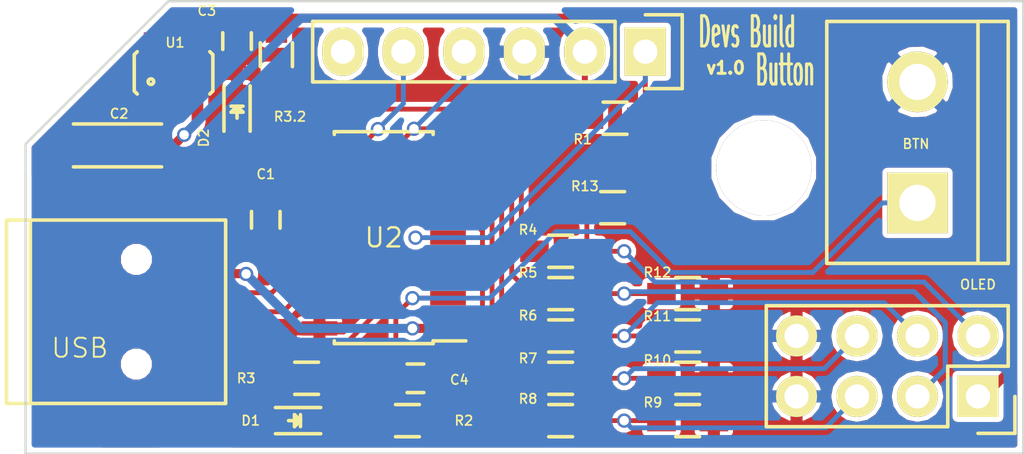
<source format=kicad_pcb>
(kicad_pcb (version 4) (host pcbnew 4.0.2-stable)

  (general
    (links 55)
    (no_connects 0)
    (area 53.725999 68.090976 96.971001 88.050001)
    (thickness 1.6)
    (drawings 8)
    (tracks 208)
    (zones 0)
    (modules 27)
    (nets 23)
  )

  (page A4)
  (layers
    (0 F.Cu signal)
    (31 B.Cu signal)
    (32 B.Adhes user)
    (33 F.Adhes user)
    (34 B.Paste user)
    (35 F.Paste user)
    (36 B.SilkS user)
    (37 F.SilkS user)
    (38 B.Mask user)
    (39 F.Mask user)
    (40 Dwgs.User user)
    (41 Cmts.User user)
    (42 Eco1.User user)
    (43 Eco2.User user)
    (44 Edge.Cuts user)
    (45 Margin user)
    (46 B.CrtYd user)
    (47 F.CrtYd user)
    (48 B.Fab user)
    (49 F.Fab user hide)
  )

  (setup
    (last_trace_width 0.2032)
    (user_trace_width 0.2032)
    (user_trace_width 0.254)
    (user_trace_width 0.381)
    (trace_clearance 0.2)
    (zone_clearance 0.508)
    (zone_45_only yes)
    (trace_min 0.1524)
    (segment_width 0.2)
    (edge_width 0.1)
    (via_size 0.6)
    (via_drill 0.4)
    (via_min_size 0.3302)
    (via_min_drill 0.3302)
    (user_via 0.39878 0.3302)
    (user_via 0.59944 0.3302)
    (uvia_size 0.3)
    (uvia_drill 0.1)
    (uvias_allowed no)
    (uvia_min_size 0.2)
    (uvia_min_drill 0.1)
    (pcb_text_width 0.3)
    (pcb_text_size 1.5 1.5)
    (mod_edge_width 0.15)
    (mod_text_size 0.4 0.4)
    (mod_text_width 0.07)
    (pad_size 0.6 0.6)
    (pad_drill 0.3)
    (pad_to_mask_clearance 0)
    (aux_axis_origin 55 88)
    (visible_elements 7FFFFFFF)
    (pcbplotparams
      (layerselection 0x010f0_80000001)
      (usegerberextensions false)
      (excludeedgelayer true)
      (linewidth 0.100000)
      (plotframeref false)
      (viasonmask false)
      (mode 1)
      (useauxorigin false)
      (hpglpennumber 1)
      (hpglpenspeed 20)
      (hpglpendiameter 15)
      (hpglpenoverlay 2)
      (psnegative false)
      (psa4output false)
      (plotreference true)
      (plotvalue true)
      (plotinvisibletext false)
      (padsonsilk false)
      (subtractmaskfromsilk true)
      (outputformat 1)
      (mirror false)
      (drillshape 0)
      (scaleselection 1)
      (outputdirectory gerber/))
  )

  (net 0 "")
  (net 1 GND)
  (net 2 "Net-(C1-Pad2)")
  (net 3 +5V)
  (net 4 +3V3)
  (net 5 "Net-(D1-Pad2)")
  (net 6 "Net-(D2-Pad2)")
  (net 7 "Net-(P1-Pad2)")
  (net 8 "Net-(P1-Pad3)")
  (net 9 /~MCLR~)
  (net 10 /ICSPDAT/OLED_SCK)
  (net 11 /ICSPCLK)
  (net 12 /SDO)
  (net 13 /SCK)
  (net 14 /D/~C~)
  (net 15 /~RES~)
  (net 16 /~CS~)
  (net 17 /BUT_1)
  (net 18 /LED_A)
  (net 19 /OLED_SDO)
  (net 20 /OLED_D/~C~)
  (net 21 /OLED_~CS~)
  (net 22 /OLED_~RES~)

  (net_class Default "This is the default net class."
    (clearance 0.2)
    (trace_width 0.2032)
    (via_dia 0.6)
    (via_drill 0.4)
    (uvia_dia 0.3)
    (uvia_drill 0.1)
    (add_net /BUT_1)
    (add_net /D/~C~)
    (add_net /ICSPCLK)
    (add_net /ICSPDAT/OLED_SCK)
    (add_net /LED_A)
    (add_net /OLED_D/~C~)
    (add_net /OLED_SDO)
    (add_net /OLED_~CS~)
    (add_net /OLED_~RES~)
    (add_net /SCK)
    (add_net /SDO)
    (add_net /~CS~)
    (add_net /~MCLR~)
    (add_net /~RES~)
    (add_net "Net-(C1-Pad2)")
    (add_net "Net-(D1-Pad2)")
    (add_net "Net-(D2-Pad2)")
    (add_net "Net-(P1-Pad2)")
    (add_net "Net-(P1-Pad3)")
  )

  (net_class Power ""
    (clearance 0.2)
    (trace_width 0.254)
    (via_dia 0.6)
    (via_drill 0.4)
    (uvia_dia 0.3)
    (uvia_drill 0.1)
    (add_net +3V3)
    (add_net +5V)
    (add_net GND)
  )

  (module Socket_Strips:Socket_Strip_Straight_2x04 (layer F.Cu) (tedit 56F55A08) (tstamp 56C9CBF1)
    (at 94.996 85.598 180)
    (descr "Through hole socket strip")
    (tags "socket strip")
    (path /56C29E4A)
    (fp_text reference OLED (at 0 4.699 180) (layer F.SilkS)
      (effects (font (size 0.4 0.4) (thickness 0.07)))
    )
    (fp_text value OLED (at 10.16 1.27 270) (layer F.Fab)
      (effects (font (size 1 1) (thickness 0.15)))
    )
    (fp_line (start -1.75 -1.75) (end -1.75 4.3) (layer F.CrtYd) (width 0.05))
    (fp_line (start 9.4 -1.75) (end 9.4 4.3) (layer F.CrtYd) (width 0.05))
    (fp_line (start -1.75 -1.75) (end 9.4 -1.75) (layer F.CrtYd) (width 0.05))
    (fp_line (start -1.75 4.3) (end 9.4 4.3) (layer F.CrtYd) (width 0.05))
    (fp_line (start 1.27 -1.27) (end 8.89 -1.27) (layer F.SilkS) (width 0.15))
    (fp_line (start 8.89 -1.27) (end 8.89 3.81) (layer F.SilkS) (width 0.15))
    (fp_line (start 8.89 3.81) (end -1.27 3.81) (layer F.SilkS) (width 0.15))
    (fp_line (start -1.27 3.81) (end -1.27 1.27) (layer F.SilkS) (width 0.15))
    (fp_line (start 0 -1.55) (end -1.55 -1.55) (layer F.SilkS) (width 0.15))
    (fp_line (start -1.27 1.27) (end 1.27 1.27) (layer F.SilkS) (width 0.15))
    (fp_line (start 1.27 1.27) (end 1.27 -1.27) (layer F.SilkS) (width 0.15))
    (fp_line (start -1.55 -1.55) (end -1.55 0) (layer F.SilkS) (width 0.15))
    (pad 1 thru_hole rect (at 0 0 180) (size 1.7272 1.7272) (drill 1.016) (layers *.Cu *.Mask F.SilkS)
      (net 4 +3V3))
    (pad 2 thru_hole oval (at 0 2.54 180) (size 1.7272 1.7272) (drill 1.016) (layers *.Cu *.Mask F.SilkS)
      (net 12 /SDO))
    (pad 3 thru_hole oval (at 2.54 0 180) (size 1.7272 1.7272) (drill 1.016) (layers *.Cu *.Mask F.SilkS)
      (net 13 /SCK))
    (pad 4 thru_hole oval (at 2.54 2.54 180) (size 1.7272 1.7272) (drill 1.016) (layers *.Cu *.Mask F.SilkS)
      (net 14 /D/~C~))
    (pad 5 thru_hole oval (at 5.08 0 180) (size 1.7272 1.7272) (drill 1.016) (layers *.Cu *.Mask F.SilkS)
      (net 15 /~RES~))
    (pad 6 thru_hole oval (at 5.08 2.54 180) (size 1.7272 1.7272) (drill 1.016) (layers *.Cu *.Mask F.SilkS)
      (net 16 /~CS~))
    (pad 7 thru_hole oval (at 7.62 0 180) (size 1.7272 1.7272) (drill 1.016) (layers *.Cu *.Mask F.SilkS)
      (net 1 GND))
    (pad 8 thru_hole oval (at 7.62 2.54 180) (size 1.7272 1.7272) (drill 1.016) (layers *.Cu *.Mask F.SilkS)
      (net 1 GND))
    (model Socket_Strips.3dshapes/Socket_Strip_Straight_2x04.wrl
      (at (xyz 0.15 -0.05 0))
      (scale (xyz 1 1 1))
      (rotate (xyz 0 0 180))
    )
  )

  (module Resistors_SMD:R_0603_HandSoldering (layer F.Cu) (tedit 56F506B2) (tstamp 56CADADA)
    (at 71.036 86.614 180)
    (descr "Resistor SMD 0603, hand soldering")
    (tags "resistor 0603")
    (path /56C3C428)
    (attr smd)
    (fp_text reference R2 (at -2.37 0 180) (layer F.SilkS)
      (effects (font (size 0.4 0.4) (thickness 0.07)))
    )
    (fp_text value 10k (at 0 0 180) (layer F.Fab)
      (effects (font (size 1 1) (thickness 0.15)))
    )
    (fp_line (start -2 -0.8) (end 2 -0.8) (layer F.CrtYd) (width 0.05))
    (fp_line (start -2 0.8) (end 2 0.8) (layer F.CrtYd) (width 0.05))
    (fp_line (start -2 -0.8) (end -2 0.8) (layer F.CrtYd) (width 0.05))
    (fp_line (start 2 -0.8) (end 2 0.8) (layer F.CrtYd) (width 0.05))
    (fp_line (start 0.5 0.675) (end -0.5 0.675) (layer F.SilkS) (width 0.15))
    (fp_line (start -0.5 -0.675) (end 0.5 -0.675) (layer F.SilkS) (width 0.15))
    (pad 1 smd rect (at -1.1 0 180) (size 1.2 0.9) (layers F.Cu F.Paste F.Mask)
      (net 3 +5V))
    (pad 2 smd rect (at 1.1 0 180) (size 1.2 0.9) (layers F.Cu F.Paste F.Mask)
      (net 17 /BUT_1))
    (model Resistors_SMD.3dshapes/R_0603_HandSoldering.wrl
      (at (xyz 0 0 0))
      (scale (xyz 1 1 1))
      (rotate (xyz 0 0 0))
    )
  )

  (module Connect:bornier2 (layer F.Cu) (tedit 56F55A1B) (tstamp 56C9CC4B)
    (at 92.456 74.93 90)
    (descr "Bornier d'alimentation 2 pins")
    (tags DEV)
    (path /56C3A73F)
    (fp_text reference BTN (at -0.0635 -0.0635 180) (layer F.SilkS)
      (effects (font (size 0.4 0.4) (thickness 0.07)))
    )
    (fp_text value SW_PUSH (at -0.254 2.286 90) (layer F.Fab)
      (effects (font (size 1 1) (thickness 0.15)))
    )
    (fp_line (start 5.08 2.54) (end -5.08 2.54) (layer F.SilkS) (width 0.15))
    (fp_line (start 5.08 3.81) (end 5.08 -3.81) (layer F.SilkS) (width 0.15))
    (fp_line (start 5.08 -3.81) (end -5.08 -3.81) (layer F.SilkS) (width 0.15))
    (fp_line (start -5.08 -3.81) (end -5.08 3.81) (layer F.SilkS) (width 0.15))
    (fp_line (start -5.08 3.81) (end 5.08 3.81) (layer F.SilkS) (width 0.15))
    (pad 1 thru_hole rect (at -2.54 0 90) (size 2.54 2.54) (drill 1.524) (layers *.Cu *.Mask F.SilkS)
      (net 17 /BUT_1))
    (pad 2 thru_hole circle (at 2.54 0 90) (size 2.54 2.54) (drill 1.524) (layers *.Cu *.Mask F.SilkS)
      (net 1 GND))
    (model Connect.3dshapes/bornier2.wrl
      (at (xyz 0 0 0))
      (scale (xyz 1 1 1))
      (rotate (xyz 0 0 0))
    )
  )

  (module Housings_SOIC:SOIC-14_3.9x8.7mm_Pitch1.27mm (layer F.Cu) (tedit 56F55B2F) (tstamp 56C9CC66)
    (at 70.0405 78.9305 180)
    (descr "14-Lead Plastic Small Outline (SL) - Narrow, 3.90 mm Body [SOIC] (see Microchip Packaging Specification 00000049BS.pdf)")
    (tags "SOIC 1.27")
    (path /56C2308F)
    (attr smd)
    (fp_text reference U2 (at 0 0 180) (layer F.SilkS)
      (effects (font (size 0.8 0.8) (thickness 0.1)))
    )
    (fp_text value "PIC16(L)F1455-I/SL" (at 0 0 270) (layer F.Fab)
      (effects (font (size 1 1) (thickness 0.15)))
    )
    (fp_line (start -3.7 -4.65) (end -3.7 4.65) (layer F.CrtYd) (width 0.05))
    (fp_line (start 3.7 -4.65) (end 3.7 4.65) (layer F.CrtYd) (width 0.05))
    (fp_line (start -3.7 -4.65) (end 3.7 -4.65) (layer F.CrtYd) (width 0.05))
    (fp_line (start -3.7 4.65) (end 3.7 4.65) (layer F.CrtYd) (width 0.05))
    (fp_line (start -2.075 -4.45) (end -2.075 -4.335) (layer F.SilkS) (width 0.15))
    (fp_line (start 2.075 -4.45) (end 2.075 -4.335) (layer F.SilkS) (width 0.15))
    (fp_line (start 2.075 4.45) (end 2.075 4.335) (layer F.SilkS) (width 0.15))
    (fp_line (start -2.075 4.45) (end -2.075 4.335) (layer F.SilkS) (width 0.15))
    (fp_line (start -2.075 -4.45) (end 2.075 -4.45) (layer F.SilkS) (width 0.15))
    (fp_line (start -2.075 4.45) (end 2.075 4.45) (layer F.SilkS) (width 0.15))
    (fp_line (start -2.075 -4.335) (end -3.45 -4.335) (layer F.SilkS) (width 0.15))
    (pad 1 smd rect (at -2.7 -3.81 180) (size 1.5 0.6) (layers F.Cu F.Paste F.Mask)
      (net 3 +5V))
    (pad 2 smd rect (at -2.7 -2.54 180) (size 1.5 0.6) (layers F.Cu F.Paste F.Mask)
      (net 17 /BUT_1))
    (pad 3 smd rect (at -2.7 -1.27 180) (size 1.5 0.6) (layers F.Cu F.Paste F.Mask)
      (net 18 /LED_A))
    (pad 4 smd rect (at -2.7 0 180) (size 1.5 0.6) (layers F.Cu F.Paste F.Mask)
      (net 9 /~MCLR~))
    (pad 5 smd rect (at -2.7 1.27 180) (size 1.5 0.6) (layers F.Cu F.Paste F.Mask)
      (net 22 /OLED_~RES~))
    (pad 6 smd rect (at -2.7 2.54 180) (size 1.5 0.6) (layers F.Cu F.Paste F.Mask)
      (net 21 /OLED_~CS~))
    (pad 7 smd rect (at -2.7 3.81 180) (size 1.5 0.6) (layers F.Cu F.Paste F.Mask)
      (net 20 /OLED_D/~C~))
    (pad 8 smd rect (at 2.7 3.81 180) (size 1.5 0.6) (layers F.Cu F.Paste F.Mask)
      (net 19 /OLED_SDO))
    (pad 9 smd rect (at 2.7 2.54 180) (size 1.5 0.6) (layers F.Cu F.Paste F.Mask)
      (net 11 /ICSPCLK))
    (pad 10 smd rect (at 2.7 1.27 180) (size 1.5 0.6) (layers F.Cu F.Paste F.Mask)
      (net 10 /ICSPDAT/OLED_SCK))
    (pad 11 smd rect (at 2.7 0 180) (size 1.5 0.6) (layers F.Cu F.Paste F.Mask)
      (net 2 "Net-(C1-Pad2)"))
    (pad 12 smd rect (at 2.7 -1.27 180) (size 1.5 0.6) (layers F.Cu F.Paste F.Mask)
      (net 7 "Net-(P1-Pad2)"))
    (pad 13 smd rect (at 2.7 -2.54 180) (size 1.5 0.6) (layers F.Cu F.Paste F.Mask)
      (net 8 "Net-(P1-Pad3)"))
    (pad 14 smd rect (at 2.7 -3.81 180) (size 1.5 0.6) (layers F.Cu F.Paste F.Mask)
      (net 1 GND))
    (model Housings_SOIC.3dshapes/SOIC-14_3.9x8.7mm_Pitch1.27mm.wrl
      (at (xyz 0 0 0))
      (scale (xyz 1 1 1))
      (rotate (xyz 0 0 0))
    )
  )

  (module Mounting_Holes:MountingHole_4mm locked (layer F.Cu) (tedit 56C9E426) (tstamp 56C9E183)
    (at 86 76)
    (descr "Mounting hole, Befestigungsbohrung, 4mm, No Annular, Kein Restring,")
    (tags "Mounting hole, Befestigungsbohrung, 4mm, No Annular, Kein Restring,")
    (fp_text reference MH1 (at 0.106 2.74) (layer F.SilkS) hide
      (effects (font (size 0.4 0.4) (thickness 0.07)))
    )
    (fp_text value "" (at 0 5.99948) (layer F.Fab) hide
      (effects (font (size 1 1) (thickness 0.15)))
    )
    (fp_circle (center 0 0) (end 4 0) (layer Cmts.User) (width 0.381))
    (pad 1 thru_hole circle (at 0 0) (size 4 4) (drill 4) (layers))
  )

  (module LEDs:LED_0603 (layer F.Cu) (tedit 56F50698) (tstamp 56C9CBC6)
    (at 66.294 86.614 180)
    (descr "LED 0603 smd package")
    (tags "LED led 0603 SMD smd SMT smt smdled SMDLED smtled SMTLED")
    (path /56C3F855)
    (attr smd)
    (fp_text reference D1 (at 1.8415 0 180) (layer F.SilkS)
      (effects (font (size 0.4 0.4) (thickness 0.07)))
    )
    (fp_text value Led_Small (at 1.7653 1.524 180) (layer F.Fab)
      (effects (font (size 1 1) (thickness 0.15)))
    )
    (fp_line (start -1.1 0.55) (end 0.8 0.55) (layer F.SilkS) (width 0.15))
    (fp_line (start -1.1 -0.55) (end 0.8 -0.55) (layer F.SilkS) (width 0.15))
    (fp_line (start -0.2 0) (end 0.25 0) (layer F.SilkS) (width 0.15))
    (fp_line (start -0.25 -0.25) (end -0.25 0.25) (layer F.SilkS) (width 0.15))
    (fp_line (start -0.25 0) (end 0 -0.25) (layer F.SilkS) (width 0.15))
    (fp_line (start 0 -0.25) (end 0 0.25) (layer F.SilkS) (width 0.15))
    (fp_line (start 0 0.25) (end -0.25 0) (layer F.SilkS) (width 0.15))
    (fp_line (start 1.4 -0.75) (end 1.4 0.75) (layer F.CrtYd) (width 0.05))
    (fp_line (start 1.4 0.75) (end -1.4 0.75) (layer F.CrtYd) (width 0.05))
    (fp_line (start -1.4 0.75) (end -1.4 -0.75) (layer F.CrtYd) (width 0.05))
    (fp_line (start -1.4 -0.75) (end 1.4 -0.75) (layer F.CrtYd) (width 0.05))
    (pad 2 smd rect (at 0.7493 0) (size 0.79756 0.79756) (layers F.Cu F.Paste F.Mask)
      (net 5 "Net-(D1-Pad2)"))
    (pad 1 smd rect (at -0.7493 0) (size 0.79756 0.79756) (layers F.Cu F.Paste F.Mask)
      (net 1 GND))
    (model LEDs.3dshapes/LED_0603.wrl
      (at (xyz 0 0 0))
      (scale (xyz 1 1 1))
      (rotate (xyz 0 0 180))
    )
  )

  (module LEDs:LED_0603 (layer F.Cu) (tedit 56F5065F) (tstamp 56C9CBCC)
    (at 63.881 73.66 270)
    (descr "LED 0603 smd package")
    (tags "LED led 0603 SMD smd SMT smt smdled SMDLED smtled SMTLED")
    (path /56C7DC90)
    (attr smd)
    (fp_text reference D2 (at 1.0795 1.397 270) (layer F.SilkS)
      (effects (font (size 0.4 0.4) (thickness 0.07)))
    )
    (fp_text value Led_Small (at 3.81 1.524 270) (layer F.Fab)
      (effects (font (size 1 1) (thickness 0.15)))
    )
    (fp_line (start -1.1 0.55) (end 0.8 0.55) (layer F.SilkS) (width 0.15))
    (fp_line (start -1.1 -0.55) (end 0.8 -0.55) (layer F.SilkS) (width 0.15))
    (fp_line (start -0.2 0) (end 0.25 0) (layer F.SilkS) (width 0.15))
    (fp_line (start -0.25 -0.25) (end -0.25 0.25) (layer F.SilkS) (width 0.15))
    (fp_line (start -0.25 0) (end 0 -0.25) (layer F.SilkS) (width 0.15))
    (fp_line (start 0 -0.25) (end 0 0.25) (layer F.SilkS) (width 0.15))
    (fp_line (start 0 0.25) (end -0.25 0) (layer F.SilkS) (width 0.15))
    (fp_line (start 1.4 -0.75) (end 1.4 0.75) (layer F.CrtYd) (width 0.05))
    (fp_line (start 1.4 0.75) (end -1.4 0.75) (layer F.CrtYd) (width 0.05))
    (fp_line (start -1.4 0.75) (end -1.4 -0.75) (layer F.CrtYd) (width 0.05))
    (fp_line (start -1.4 -0.75) (end 1.4 -0.75) (layer F.CrtYd) (width 0.05))
    (pad 2 smd rect (at 0.7493 0 90) (size 0.79756 0.79756) (layers F.Cu F.Paste F.Mask)
      (net 6 "Net-(D2-Pad2)"))
    (pad 1 smd rect (at -0.7493 0 90) (size 0.79756 0.79756) (layers F.Cu F.Paste F.Mask)
      (net 1 GND))
    (model LEDs.3dshapes/LED_0603.wrl
      (at (xyz 0 0 0))
      (scale (xyz 1 1 1))
      (rotate (xyz 0 0 180))
    )
  )

  (module Connect:USB_Mini-B (layer F.Cu) (tedit 56F55B00) (tstamp 56C9CBDB)
    (at 58.801 82.042)
    (descr "USB Mini-B 5-pin SMD connector")
    (tags "USB USB_B USB_Mini connector")
    (path /56BDE38B)
    (attr smd)
    (fp_text reference USB (at -1.524 1.524) (layer F.SilkS)
      (effects (font (size 0.8 0.8) (thickness 0.08)))
    )
    (fp_text value USB_B (at -0.762 -0.508 180) (layer F.Fab)
      (effects (font (size 1 1) (thickness 0.15)))
    )
    (fp_line (start -4.85 -5.7) (end 4.85 -5.7) (layer F.CrtYd) (width 0.05))
    (fp_line (start 4.85 -5.7) (end 4.85 5.7) (layer F.CrtYd) (width 0.05))
    (fp_line (start 4.85 5.7) (end -4.85 5.7) (layer F.CrtYd) (width 0.05))
    (fp_line (start -4.85 5.7) (end -4.85 -5.7) (layer F.CrtYd) (width 0.05))
    (fp_line (start -3.59918 -3.85064) (end -3.59918 3.85064) (layer F.SilkS) (width 0.15))
    (fp_line (start -4.59994 -3.85064) (end -4.59994 3.85064) (layer F.SilkS) (width 0.15))
    (fp_line (start -4.59994 3.85064) (end 4.59994 3.85064) (layer F.SilkS) (width 0.15))
    (fp_line (start 4.59994 3.85064) (end 4.59994 -3.85064) (layer F.SilkS) (width 0.15))
    (fp_line (start 4.59994 -3.85064) (end -4.59994 -3.85064) (layer F.SilkS) (width 0.15))
    (pad 1 smd rect (at 3.44932 -1.6002) (size 2.30124 0.50038) (layers F.Cu F.Paste F.Mask)
      (net 3 +5V))
    (pad 2 smd rect (at 3.44932 -0.8001) (size 2.30124 0.50038) (layers F.Cu F.Paste F.Mask)
      (net 7 "Net-(P1-Pad2)"))
    (pad 3 smd rect (at 3.44932 0) (size 2.30124 0.50038) (layers F.Cu F.Paste F.Mask)
      (net 8 "Net-(P1-Pad3)"))
    (pad 4 smd rect (at 3.44932 0.8001) (size 2.30124 0.50038) (layers F.Cu F.Paste F.Mask)
      (net 1 GND))
    (pad 5 smd rect (at 3.44932 1.6002) (size 2.30124 0.50038) (layers F.Cu F.Paste F.Mask))
    (pad 6 smd rect (at 3.35026 -4.45008) (size 2.49936 1.99898) (layers F.Cu F.Paste F.Mask))
    (pad 6 smd rect (at -2.14884 -4.45008) (size 2.49936 1.99898) (layers F.Cu F.Paste F.Mask))
    (pad 6 smd rect (at 3.35026 4.45008) (size 2.49936 1.99898) (layers F.Cu F.Paste F.Mask))
    (pad 6 smd rect (at -2.14884 4.45008) (size 2.49936 1.99898) (layers F.Cu F.Paste F.Mask))
    (pad "" np_thru_hole circle (at 0.8509 -2.19964) (size 0.89916 0.89916) (drill 0.89916) (layers *.Cu *.Mask F.SilkS))
    (pad "" np_thru_hole circle (at 0.8509 2.19964) (size 0.89916 0.89916) (drill 0.89916) (layers *.Cu *.Mask F.SilkS))
  )

  (module Socket_Strips:Socket_Strip_Straight_1x06 (layer F.Cu) (tedit 56CAE963) (tstamp 56C9CBE5)
    (at 81.026 71.12 180)
    (descr "Through hole socket strip")
    (tags "socket strip")
    (path /56C207FB)
    (fp_text reference P2 (at -2.54 -0.508 180) (layer F.SilkS) hide
      (effects (font (size 0.4 0.4) (thickness 0.07)))
    )
    (fp_text value PICkit3 (at 5.842 0 180) (layer F.Fab)
      (effects (font (size 1 1) (thickness 0.15)))
    )
    (fp_line (start -1.75 -1.75) (end -1.75 1.75) (layer F.CrtYd) (width 0.05))
    (fp_line (start 14.45 -1.75) (end 14.45 1.75) (layer F.CrtYd) (width 0.05))
    (fp_line (start -1.75 -1.75) (end 14.45 -1.75) (layer F.CrtYd) (width 0.05))
    (fp_line (start -1.75 1.75) (end 14.45 1.75) (layer F.CrtYd) (width 0.05))
    (fp_line (start 1.27 1.27) (end 13.97 1.27) (layer F.SilkS) (width 0.15))
    (fp_line (start 13.97 1.27) (end 13.97 -1.27) (layer F.SilkS) (width 0.15))
    (fp_line (start 13.97 -1.27) (end 1.27 -1.27) (layer F.SilkS) (width 0.15))
    (fp_line (start -1.55 1.55) (end 0 1.55) (layer F.SilkS) (width 0.15))
    (fp_line (start 1.27 1.27) (end 1.27 -1.27) (layer F.SilkS) (width 0.15))
    (fp_line (start 0 -1.55) (end -1.55 -1.55) (layer F.SilkS) (width 0.15))
    (fp_line (start -1.55 -1.55) (end -1.55 1.55) (layer F.SilkS) (width 0.15))
    (pad 1 thru_hole rect (at 0 0 180) (size 1.7272 2.032) (drill 1.016) (layers *.Cu *.Mask F.SilkS)
      (net 9 /~MCLR~))
    (pad 2 thru_hole oval (at 2.54 0 180) (size 1.7272 2.032) (drill 1.016) (layers *.Cu *.Mask F.SilkS)
      (net 3 +5V))
    (pad 3 thru_hole oval (at 5.08 0 180) (size 1.7272 2.032) (drill 1.016) (layers *.Cu *.Mask F.SilkS)
      (net 1 GND))
    (pad 4 thru_hole oval (at 7.62 0 180) (size 1.7272 2.032) (drill 1.016) (layers *.Cu *.Mask F.SilkS)
      (net 10 /ICSPDAT/OLED_SCK))
    (pad 5 thru_hole oval (at 10.16 0 180) (size 1.7272 2.032) (drill 1.016) (layers *.Cu *.Mask F.SilkS)
      (net 11 /ICSPCLK))
    (pad 6 thru_hole oval (at 12.7 0 180) (size 1.7272 2.032) (drill 1.016) (layers *.Cu *.Mask F.SilkS))
    (model Socket_Strips.3dshapes/Socket_Strip_Straight_1x06.wrl
      (at (xyz 0.25 0 0))
      (scale (xyz 1 1 1))
      (rotate (xyz 0 0 180))
    )
  )

  (module Housings_Proj:SSOP5 (layer F.Cu) (tedit 56F50648) (tstamp 56C9CC54)
    (at 61.214 72.009)
    (descr http://rohmfs.rohm.com/en/products/databook/package/spec/ic/sop4_ssop5_ssop6-cg-1-2-tr-e.pdf)
    (tags SSOP5)
    (path /56C1B7EF)
    (attr smd)
    (fp_text reference U1 (at 0.0635 -1.27 180) (layer F.SilkS)
      (effects (font (size 0.4 0.4) (thickness 0.07)))
    )
    (fp_text value BU33TD3WG-TR (at 0.508 7.874) (layer F.Fab)
      (effects (font (size 1.2 1.2) (thickness 0.15)))
    )
    (fp_circle (center -0.95 0.37) (end -0.85 0.43) (layer F.SilkS) (width 0.15))
    (fp_line (start 1.524 -0.889) (end 1.651 -0.762) (layer F.SilkS) (width 0.15))
    (fp_line (start 1.651 -0.762) (end 1.651 0.762) (layer F.SilkS) (width 0.15))
    (fp_line (start 1.651 0.762) (end 1.524 0.889) (layer F.SilkS) (width 0.15))
    (fp_line (start -1.651 0.762) (end -1.524 0.889) (layer F.SilkS) (width 0.15))
    (fp_line (start -1.651 -0.762) (end -1.651 0.762) (layer F.SilkS) (width 0.15))
    (fp_line (start -1.524 -0.889) (end -1.651 -0.762) (layer F.SilkS) (width 0.15))
    (pad 5 smd rect (at -0.95 -1.2) (size 0.6 1) (layers F.Cu F.Paste F.Mask)
      (net 4 +3V3))
    (pad 1 smd rect (at -0.95 1.2) (size 0.6 1) (layers F.Cu F.Paste F.Mask)
      (net 3 +5V))
    (pad 2 smd rect (at 0 1.2) (size 0.6 1) (layers F.Cu F.Paste F.Mask)
      (net 1 GND))
    (pad 4 smd rect (at 0.95 -1.2) (size 0.6 1) (layers F.Cu F.Paste F.Mask))
    (pad 3 smd rect (at 0.95 1.2) (size 0.6 1) (layers F.Cu F.Paste F.Mask)
      (net 3 +5V))
  )

  (module Capacitors_SMD:C_0603 (layer F.Cu) (tedit 56F50688) (tstamp 56CADA05)
    (at 65.0875 78.1805 270)
    (descr "Capacitor SMD 0603, reflow soldering, AVX (see smccp.pdf)")
    (tags "capacitor 0603")
    (path /56BE0A41)
    (attr smd)
    (fp_text reference C1 (at -1.917 0 360) (layer F.SilkS)
      (effects (font (size 0.4 0.4) (thickness 0.07)))
    )
    (fp_text value 470nF (at 0 1.9 270) (layer F.Fab)
      (effects (font (size 1 1) (thickness 0.15)))
    )
    (fp_line (start -1.45 -0.75) (end 1.45 -0.75) (layer F.CrtYd) (width 0.05))
    (fp_line (start -1.45 0.75) (end 1.45 0.75) (layer F.CrtYd) (width 0.05))
    (fp_line (start -1.45 -0.75) (end -1.45 0.75) (layer F.CrtYd) (width 0.05))
    (fp_line (start 1.45 -0.75) (end 1.45 0.75) (layer F.CrtYd) (width 0.05))
    (fp_line (start -0.35 -0.6) (end 0.35 -0.6) (layer F.SilkS) (width 0.15))
    (fp_line (start 0.35 0.6) (end -0.35 0.6) (layer F.SilkS) (width 0.15))
    (pad 1 smd rect (at -0.75 0 270) (size 0.8 0.75) (layers F.Cu F.Paste F.Mask)
      (net 1 GND))
    (pad 2 smd rect (at 0.75 0 270) (size 0.8 0.75) (layers F.Cu F.Paste F.Mask)
      (net 2 "Net-(C1-Pad2)"))
    (model Capacitors_SMD.3dshapes/C_0603.wrl
      (at (xyz 0 0 0))
      (scale (xyz 1 1 1))
      (rotate (xyz 0 0 0))
    )
  )

  (module Capacitors_Tantalum_SMD:TantalC_SizeA_EIA-3216_Reflow (layer F.Cu) (tedit 56F50680) (tstamp 56CADA0A)
    (at 58.6105 75.057 180)
    (descr "Tantal Cap. , Size A, EIA-3216, Reflow")
    (tags "Tantal Capacitor Size-A EIA-3216 reflow")
    (path /56C51EEF)
    (attr smd)
    (fp_text reference C2 (at -0.3175 1.3335 180) (layer F.SilkS)
      (effects (font (size 0.4 0.4) (thickness 0.07)))
    )
    (fp_text value 10uF (at -0.04 0 180) (layer F.Fab)
      (effects (font (size 1 1) (thickness 0.15)))
    )
    (fp_line (start 1.6 0.9) (end -2.1 0.9) (layer F.SilkS) (width 0.15))
    (fp_line (start 1.6 -0.9) (end -2.1 -0.9) (layer F.SilkS) (width 0.15))
    (fp_line (start -2.5 1.2) (end 2.5 1.2) (layer F.CrtYd) (width 0.05))
    (fp_line (start 2.5 1.2) (end 2.5 -1.2) (layer F.CrtYd) (width 0.05))
    (fp_line (start 2.5 -1.2) (end -2.5 -1.2) (layer F.CrtYd) (width 0.05))
    (fp_line (start -2.5 -1.2) (end -2.5 1.2) (layer F.CrtYd) (width 0.05))
    (pad 2 smd rect (at 1.31 0 180) (size 1.8 1.23) (layers F.Cu F.Paste F.Mask)
      (net 1 GND))
    (pad 1 smd rect (at -1.31 0 180) (size 1.8 1.23) (layers F.Cu F.Paste F.Mask)
      (net 3 +5V))
    (model Capacitors_Tantalum_SMD.3dshapes/TantalC_SizeA_EIA-3216_Reflow.wrl
      (at (xyz 0 0 0))
      (scale (xyz 1 1 1))
      (rotate (xyz 0 0 180))
    )
  )

  (module Capacitors_SMD:C_0603 (layer F.Cu) (tedit 56F50655) (tstamp 56CADA0F)
    (at 63.881 70.6755 270)
    (descr "Capacitor SMD 0603, reflow soldering, AVX (see smccp.pdf)")
    (tags "capacitor 0603")
    (path /56C1E999)
    (attr smd)
    (fp_text reference C3 (at -1.27 1.27 360) (layer F.SilkS)
      (effects (font (size 0.4 0.4) (thickness 0.07)))
    )
    (fp_text value 100nF (at 0 0 270) (layer F.Fab)
      (effects (font (size 1 1) (thickness 0.15)))
    )
    (fp_line (start -1.45 -0.75) (end 1.45 -0.75) (layer F.CrtYd) (width 0.05))
    (fp_line (start -1.45 0.75) (end 1.45 0.75) (layer F.CrtYd) (width 0.05))
    (fp_line (start -1.45 -0.75) (end -1.45 0.75) (layer F.CrtYd) (width 0.05))
    (fp_line (start 1.45 -0.75) (end 1.45 0.75) (layer F.CrtYd) (width 0.05))
    (fp_line (start -0.35 -0.6) (end 0.35 -0.6) (layer F.SilkS) (width 0.15))
    (fp_line (start 0.35 0.6) (end -0.35 0.6) (layer F.SilkS) (width 0.15))
    (pad 1 smd rect (at -0.75 0 270) (size 0.8 0.75) (layers F.Cu F.Paste F.Mask)
      (net 4 +3V3))
    (pad 2 smd rect (at 0.75 0 270) (size 0.8 0.75) (layers F.Cu F.Paste F.Mask)
      (net 1 GND))
    (model Capacitors_SMD.3dshapes/C_0603.wrl
      (at (xyz 0 0 0))
      (scale (xyz 1 1 1))
      (rotate (xyz 0 0 0))
    )
  )

  (module Capacitors_SMD:C_0603 (layer F.Cu) (tedit 56F506B9) (tstamp 56CADA14)
    (at 71.374 84.836 180)
    (descr "Capacitor SMD 0603, reflow soldering, AVX (see smccp.pdf)")
    (tags "capacitor 0603")
    (path /56C5303A)
    (attr smd)
    (fp_text reference C4 (at -1.8415 -0.0635 180) (layer F.SilkS)
      (effects (font (size 0.4 0.4) (thickness 0.07)))
    )
    (fp_text value 100nF (at -0.012 0 180) (layer F.Fab)
      (effects (font (size 1 1) (thickness 0.15)))
    )
    (fp_line (start -1.45 -0.75) (end 1.45 -0.75) (layer F.CrtYd) (width 0.05))
    (fp_line (start -1.45 0.75) (end 1.45 0.75) (layer F.CrtYd) (width 0.05))
    (fp_line (start -1.45 -0.75) (end -1.45 0.75) (layer F.CrtYd) (width 0.05))
    (fp_line (start 1.45 -0.75) (end 1.45 0.75) (layer F.CrtYd) (width 0.05))
    (fp_line (start -0.35 -0.6) (end 0.35 -0.6) (layer F.SilkS) (width 0.15))
    (fp_line (start 0.35 0.6) (end -0.35 0.6) (layer F.SilkS) (width 0.15))
    (pad 1 smd rect (at -0.75 0 180) (size 0.8 0.75) (layers F.Cu F.Paste F.Mask)
      (net 3 +5V))
    (pad 2 smd rect (at 0.75 0 180) (size 0.8 0.75) (layers F.Cu F.Paste F.Mask)
      (net 1 GND))
    (model Capacitors_SMD.3dshapes/C_0603.wrl
      (at (xyz 0 0 0))
      (scale (xyz 1 1 1))
      (rotate (xyz 0 0 0))
    )
  )

  (module Resistors_SMD:R_0603_HandSoldering (layer F.Cu) (tedit 56F506D7) (tstamp 56CADAD5)
    (at 79.756 73.914)
    (descr "Resistor SMD 0603, hand soldering")
    (tags "resistor 0603")
    (path /56C225D6)
    (attr smd)
    (fp_text reference R1 (at -1.356 0.886) (layer F.SilkS)
      (effects (font (size 0.4 0.4) (thickness 0.07)))
    )
    (fp_text value 10k (at 0.084 0) (layer F.Fab)
      (effects (font (size 1 1) (thickness 0.15)))
    )
    (fp_line (start -2 -0.8) (end 2 -0.8) (layer F.CrtYd) (width 0.05))
    (fp_line (start -2 0.8) (end 2 0.8) (layer F.CrtYd) (width 0.05))
    (fp_line (start -2 -0.8) (end -2 0.8) (layer F.CrtYd) (width 0.05))
    (fp_line (start 2 -0.8) (end 2 0.8) (layer F.CrtYd) (width 0.05))
    (fp_line (start 0.5 0.675) (end -0.5 0.675) (layer F.SilkS) (width 0.15))
    (fp_line (start -0.5 -0.675) (end 0.5 -0.675) (layer F.SilkS) (width 0.15))
    (pad 1 smd rect (at -1.1 0) (size 1.2 0.9) (layers F.Cu F.Paste F.Mask)
      (net 3 +5V))
    (pad 2 smd rect (at 1.1 0) (size 1.2 0.9) (layers F.Cu F.Paste F.Mask)
      (net 9 /~MCLR~))
    (model Resistors_SMD.3dshapes/R_0603_HandSoldering.wrl
      (at (xyz 0 0 0))
      (scale (xyz 1 1 1))
      (rotate (xyz 0 0 0))
    )
  )

  (module Resistors_SMD:R_0603_HandSoldering (layer F.Cu) (tedit 56F5069F) (tstamp 56CADADF)
    (at 66.802 84.836 180)
    (descr "Resistor SMD 0603, hand soldering")
    (tags "resistor 0603")
    (path /56C3F38F)
    (attr smd)
    (fp_text reference R3 (at 2.54 0 180) (layer F.SilkS)
      (effects (font (size 0.4 0.4) (thickness 0.07)))
    )
    (fp_text value 390 (at 0 0 180) (layer F.Fab)
      (effects (font (size 1 1) (thickness 0.15)))
    )
    (fp_line (start -2 -0.8) (end 2 -0.8) (layer F.CrtYd) (width 0.05))
    (fp_line (start -2 0.8) (end 2 0.8) (layer F.CrtYd) (width 0.05))
    (fp_line (start -2 -0.8) (end -2 0.8) (layer F.CrtYd) (width 0.05))
    (fp_line (start 2 -0.8) (end 2 0.8) (layer F.CrtYd) (width 0.05))
    (fp_line (start 0.5 0.675) (end -0.5 0.675) (layer F.SilkS) (width 0.15))
    (fp_line (start -0.5 -0.675) (end 0.5 -0.675) (layer F.SilkS) (width 0.15))
    (pad 1 smd rect (at -1.1 0 180) (size 1.2 0.9) (layers F.Cu F.Paste F.Mask)
      (net 18 /LED_A))
    (pad 2 smd rect (at 1.1 0 180) (size 1.2 0.9) (layers F.Cu F.Paste F.Mask)
      (net 5 "Net-(D1-Pad2)"))
    (model Resistors_SMD.3dshapes/R_0603_HandSoldering.wrl
      (at (xyz 0 0 0))
      (scale (xyz 1 1 1))
      (rotate (xyz 0 0 0))
    )
  )

  (module Resistors_SMD:R_0603_HandSoldering (layer F.Cu) (tedit 56F50678) (tstamp 56CADAE4)
    (at 65.532 71.247 270)
    (descr "Resistor SMD 0603, hand soldering")
    (tags "resistor 0603")
    (path /56C7DC1F)
    (attr smd)
    (fp_text reference R3.2 (at 2.6035 -0.5715 360) (layer F.SilkS)
      (effects (font (size 0.4 0.4) (thickness 0.07)))
    )
    (fp_text value 390 (at 0 0 270) (layer F.Fab)
      (effects (font (size 1 1) (thickness 0.15)))
    )
    (fp_line (start -2 -0.8) (end 2 -0.8) (layer F.CrtYd) (width 0.05))
    (fp_line (start -2 0.8) (end 2 0.8) (layer F.CrtYd) (width 0.05))
    (fp_line (start -2 -0.8) (end -2 0.8) (layer F.CrtYd) (width 0.05))
    (fp_line (start 2 -0.8) (end 2 0.8) (layer F.CrtYd) (width 0.05))
    (fp_line (start 0.5 0.675) (end -0.5 0.675) (layer F.SilkS) (width 0.15))
    (fp_line (start -0.5 -0.675) (end 0.5 -0.675) (layer F.SilkS) (width 0.15))
    (pad 1 smd rect (at -1.1 0 270) (size 1.2 0.9) (layers F.Cu F.Paste F.Mask)
      (net 4 +3V3))
    (pad 2 smd rect (at 1.1 0 270) (size 1.2 0.9) (layers F.Cu F.Paste F.Mask)
      (net 6 "Net-(D2-Pad2)"))
    (model Resistors_SMD.3dshapes/R_0603_HandSoldering.wrl
      (at (xyz 0 0 0))
      (scale (xyz 1 1 1))
      (rotate (xyz 0 0 0))
    )
  )

  (module Resistors_SMD:R_0603_HandSoldering (layer F.Cu) (tedit 5418A00F) (tstamp 56CADAE9)
    (at 77.47 79.502)
    (descr "Resistor SMD 0603, hand soldering")
    (tags "resistor 0603")
    (path /56C503E0)
    (attr smd)
    (fp_text reference R4 (at -1.37 -0.902) (layer F.SilkS)
      (effects (font (size 0.4 0.4) (thickness 0.07)))
    )
    (fp_text value 8.2k (at 0 0) (layer F.Fab)
      (effects (font (size 1 1) (thickness 0.15)))
    )
    (fp_line (start -2 -0.8) (end 2 -0.8) (layer F.CrtYd) (width 0.05))
    (fp_line (start -2 0.8) (end 2 0.8) (layer F.CrtYd) (width 0.05))
    (fp_line (start -2 -0.8) (end -2 0.8) (layer F.CrtYd) (width 0.05))
    (fp_line (start 2 -0.8) (end 2 0.8) (layer F.CrtYd) (width 0.05))
    (fp_line (start 0.5 0.675) (end -0.5 0.675) (layer F.SilkS) (width 0.15))
    (fp_line (start -0.5 -0.675) (end 0.5 -0.675) (layer F.SilkS) (width 0.15))
    (pad 1 smd rect (at -1.1 0) (size 1.2 0.9) (layers F.Cu F.Paste F.Mask)
      (net 19 /OLED_SDO))
    (pad 2 smd rect (at 1.1 0) (size 1.2 0.9) (layers F.Cu F.Paste F.Mask)
      (net 12 /SDO))
    (model Resistors_SMD.3dshapes/R_0603_HandSoldering.wrl
      (at (xyz 0 0 0))
      (scale (xyz 1 1 1))
      (rotate (xyz 0 0 0))
    )
  )

  (module Resistors_SMD:R_0603_HandSoldering (layer F.Cu) (tedit 5418A00F) (tstamp 56CADAEE)
    (at 77.47 81.28)
    (descr "Resistor SMD 0603, hand soldering")
    (tags "resistor 0603")
    (path /56C4E531)
    (attr smd)
    (fp_text reference R5 (at -1.37 -0.88) (layer F.SilkS)
      (effects (font (size 0.4 0.4) (thickness 0.07)))
    )
    (fp_text value 8.2k (at 0 0) (layer F.Fab)
      (effects (font (size 1 1) (thickness 0.15)))
    )
    (fp_line (start -2 -0.8) (end 2 -0.8) (layer F.CrtYd) (width 0.05))
    (fp_line (start -2 0.8) (end 2 0.8) (layer F.CrtYd) (width 0.05))
    (fp_line (start -2 -0.8) (end -2 0.8) (layer F.CrtYd) (width 0.05))
    (fp_line (start 2 -0.8) (end 2 0.8) (layer F.CrtYd) (width 0.05))
    (fp_line (start 0.5 0.675) (end -0.5 0.675) (layer F.SilkS) (width 0.15))
    (fp_line (start -0.5 -0.675) (end 0.5 -0.675) (layer F.SilkS) (width 0.15))
    (pad 1 smd rect (at -1.1 0) (size 1.2 0.9) (layers F.Cu F.Paste F.Mask)
      (net 10 /ICSPDAT/OLED_SCK))
    (pad 2 smd rect (at 1.1 0) (size 1.2 0.9) (layers F.Cu F.Paste F.Mask)
      (net 13 /SCK))
    (model Resistors_SMD.3dshapes/R_0603_HandSoldering.wrl
      (at (xyz 0 0 0))
      (scale (xyz 1 1 1))
      (rotate (xyz 0 0 0))
    )
  )

  (module Resistors_SMD:R_0603_HandSoldering (layer F.Cu) (tedit 5418A00F) (tstamp 56CADAF3)
    (at 77.47 83.058)
    (descr "Resistor SMD 0603, hand soldering")
    (tags "resistor 0603")
    (path /56C4E4BB)
    (attr smd)
    (fp_text reference R6 (at -1.37 -0.858) (layer F.SilkS)
      (effects (font (size 0.4 0.4) (thickness 0.07)))
    )
    (fp_text value 8.2k (at 0 0) (layer F.Fab)
      (effects (font (size 1 1) (thickness 0.15)))
    )
    (fp_line (start -2 -0.8) (end 2 -0.8) (layer F.CrtYd) (width 0.05))
    (fp_line (start -2 0.8) (end 2 0.8) (layer F.CrtYd) (width 0.05))
    (fp_line (start -2 -0.8) (end -2 0.8) (layer F.CrtYd) (width 0.05))
    (fp_line (start 2 -0.8) (end 2 0.8) (layer F.CrtYd) (width 0.05))
    (fp_line (start 0.5 0.675) (end -0.5 0.675) (layer F.SilkS) (width 0.15))
    (fp_line (start -0.5 -0.675) (end 0.5 -0.675) (layer F.SilkS) (width 0.15))
    (pad 1 smd rect (at -1.1 0) (size 1.2 0.9) (layers F.Cu F.Paste F.Mask)
      (net 20 /OLED_D/~C~))
    (pad 2 smd rect (at 1.1 0) (size 1.2 0.9) (layers F.Cu F.Paste F.Mask)
      (net 14 /D/~C~))
    (model Resistors_SMD.3dshapes/R_0603_HandSoldering.wrl
      (at (xyz 0 0 0))
      (scale (xyz 1 1 1))
      (rotate (xyz 0 0 0))
    )
  )

  (module Resistors_SMD:R_0603_HandSoldering (layer F.Cu) (tedit 5418A00F) (tstamp 56CADAF8)
    (at 77.47 84.836)
    (descr "Resistor SMD 0603, hand soldering")
    (tags "resistor 0603")
    (path /56C4E445)
    (attr smd)
    (fp_text reference R7 (at -1.37 -0.836) (layer F.SilkS)
      (effects (font (size 0.4 0.4) (thickness 0.07)))
    )
    (fp_text value 8.2k (at 0 0) (layer F.Fab)
      (effects (font (size 1 1) (thickness 0.15)))
    )
    (fp_line (start -2 -0.8) (end 2 -0.8) (layer F.CrtYd) (width 0.05))
    (fp_line (start -2 0.8) (end 2 0.8) (layer F.CrtYd) (width 0.05))
    (fp_line (start -2 -0.8) (end -2 0.8) (layer F.CrtYd) (width 0.05))
    (fp_line (start 2 -0.8) (end 2 0.8) (layer F.CrtYd) (width 0.05))
    (fp_line (start 0.5 0.675) (end -0.5 0.675) (layer F.SilkS) (width 0.15))
    (fp_line (start -0.5 -0.675) (end 0.5 -0.675) (layer F.SilkS) (width 0.15))
    (pad 1 smd rect (at -1.1 0) (size 1.2 0.9) (layers F.Cu F.Paste F.Mask)
      (net 21 /OLED_~CS~))
    (pad 2 smd rect (at 1.1 0) (size 1.2 0.9) (layers F.Cu F.Paste F.Mask)
      (net 16 /~CS~))
    (model Resistors_SMD.3dshapes/R_0603_HandSoldering.wrl
      (at (xyz 0 0 0))
      (scale (xyz 1 1 1))
      (rotate (xyz 0 0 0))
    )
  )

  (module Resistors_SMD:R_0603_HandSoldering (layer F.Cu) (tedit 5418A00F) (tstamp 56CADAFD)
    (at 77.47 86.614)
    (descr "Resistor SMD 0603, hand soldering")
    (tags "resistor 0603")
    (path /56C4E3B3)
    (attr smd)
    (fp_text reference R8 (at -1.37 -0.914) (layer F.SilkS)
      (effects (font (size 0.4 0.4) (thickness 0.07)))
    )
    (fp_text value 8.2k (at 0 0) (layer F.Fab)
      (effects (font (size 1 1) (thickness 0.15)))
    )
    (fp_line (start -2 -0.8) (end 2 -0.8) (layer F.CrtYd) (width 0.05))
    (fp_line (start -2 0.8) (end 2 0.8) (layer F.CrtYd) (width 0.05))
    (fp_line (start -2 -0.8) (end -2 0.8) (layer F.CrtYd) (width 0.05))
    (fp_line (start 2 -0.8) (end 2 0.8) (layer F.CrtYd) (width 0.05))
    (fp_line (start 0.5 0.675) (end -0.5 0.675) (layer F.SilkS) (width 0.15))
    (fp_line (start -0.5 -0.675) (end 0.5 -0.675) (layer F.SilkS) (width 0.15))
    (pad 1 smd rect (at -1.1 0) (size 1.2 0.9) (layers F.Cu F.Paste F.Mask)
      (net 22 /OLED_~RES~))
    (pad 2 smd rect (at 1.1 0) (size 1.2 0.9) (layers F.Cu F.Paste F.Mask)
      (net 15 /~RES~))
    (model Resistors_SMD.3dshapes/R_0603_HandSoldering.wrl
      (at (xyz 0 0 0))
      (scale (xyz 1 1 1))
      (rotate (xyz 0 0 0))
    )
  )

  (module Resistors_SMD:R_0603_HandSoldering (layer F.Cu) (tedit 5418A00F) (tstamp 56CADB02)
    (at 82.804 86.614 180)
    (descr "Resistor SMD 0603, hand soldering")
    (tags "resistor 0603")
    (path /56C4D464)
    (attr smd)
    (fp_text reference R9 (at 1.4605 0.762 180) (layer F.SilkS)
      (effects (font (size 0.4 0.4) (thickness 0.07)))
    )
    (fp_text value 16k (at 0 0 180) (layer F.Fab)
      (effects (font (size 1 1) (thickness 0.15)))
    )
    (fp_line (start -2 -0.8) (end 2 -0.8) (layer F.CrtYd) (width 0.05))
    (fp_line (start -2 0.8) (end 2 0.8) (layer F.CrtYd) (width 0.05))
    (fp_line (start -2 -0.8) (end -2 0.8) (layer F.CrtYd) (width 0.05))
    (fp_line (start 2 -0.8) (end 2 0.8) (layer F.CrtYd) (width 0.05))
    (fp_line (start 0.5 0.675) (end -0.5 0.675) (layer F.SilkS) (width 0.15))
    (fp_line (start -0.5 -0.675) (end 0.5 -0.675) (layer F.SilkS) (width 0.15))
    (pad 1 smd rect (at -1.1 0 180) (size 1.2 0.9) (layers F.Cu F.Paste F.Mask)
      (net 1 GND))
    (pad 2 smd rect (at 1.1 0 180) (size 1.2 0.9) (layers F.Cu F.Paste F.Mask)
      (net 15 /~RES~))
    (model Resistors_SMD.3dshapes/R_0603_HandSoldering.wrl
      (at (xyz 0 0 0))
      (scale (xyz 1 1 1))
      (rotate (xyz 0 0 0))
    )
  )

  (module Resistors_SMD:R_0603_HandSoldering (layer F.Cu) (tedit 5418A00F) (tstamp 56CADB07)
    (at 82.804 84.836 180)
    (descr "Resistor SMD 0603, hand soldering")
    (tags "resistor 0603")
    (path /56C4D503)
    (attr smd)
    (fp_text reference R10 (at 1.27 0.762 180) (layer F.SilkS)
      (effects (font (size 0.4 0.4) (thickness 0.07)))
    )
    (fp_text value 16k (at 0 0 180) (layer F.Fab)
      (effects (font (size 1 1) (thickness 0.15)))
    )
    (fp_line (start -2 -0.8) (end 2 -0.8) (layer F.CrtYd) (width 0.05))
    (fp_line (start -2 0.8) (end 2 0.8) (layer F.CrtYd) (width 0.05))
    (fp_line (start -2 -0.8) (end -2 0.8) (layer F.CrtYd) (width 0.05))
    (fp_line (start 2 -0.8) (end 2 0.8) (layer F.CrtYd) (width 0.05))
    (fp_line (start 0.5 0.675) (end -0.5 0.675) (layer F.SilkS) (width 0.15))
    (fp_line (start -0.5 -0.675) (end 0.5 -0.675) (layer F.SilkS) (width 0.15))
    (pad 1 smd rect (at -1.1 0 180) (size 1.2 0.9) (layers F.Cu F.Paste F.Mask)
      (net 1 GND))
    (pad 2 smd rect (at 1.1 0 180) (size 1.2 0.9) (layers F.Cu F.Paste F.Mask)
      (net 16 /~CS~))
    (model Resistors_SMD.3dshapes/R_0603_HandSoldering.wrl
      (at (xyz 0 0 0))
      (scale (xyz 1 1 1))
      (rotate (xyz 0 0 0))
    )
  )

  (module Resistors_SMD:R_0603_HandSoldering (layer F.Cu) (tedit 5418A00F) (tstamp 56CADB0C)
    (at 82.804 83.058 180)
    (descr "Resistor SMD 0603, hand soldering")
    (tags "resistor 0603")
    (path /56C4D555)
    (attr smd)
    (fp_text reference R11 (at 1.27 0.8255 180) (layer F.SilkS)
      (effects (font (size 0.4 0.4) (thickness 0.07)))
    )
    (fp_text value 16k (at 0 0 180) (layer F.Fab)
      (effects (font (size 1 1) (thickness 0.15)))
    )
    (fp_line (start -2 -0.8) (end 2 -0.8) (layer F.CrtYd) (width 0.05))
    (fp_line (start -2 0.8) (end 2 0.8) (layer F.CrtYd) (width 0.05))
    (fp_line (start -2 -0.8) (end -2 0.8) (layer F.CrtYd) (width 0.05))
    (fp_line (start 2 -0.8) (end 2 0.8) (layer F.CrtYd) (width 0.05))
    (fp_line (start 0.5 0.675) (end -0.5 0.675) (layer F.SilkS) (width 0.15))
    (fp_line (start -0.5 -0.675) (end 0.5 -0.675) (layer F.SilkS) (width 0.15))
    (pad 1 smd rect (at -1.1 0 180) (size 1.2 0.9) (layers F.Cu F.Paste F.Mask)
      (net 1 GND))
    (pad 2 smd rect (at 1.1 0 180) (size 1.2 0.9) (layers F.Cu F.Paste F.Mask)
      (net 14 /D/~C~))
    (model Resistors_SMD.3dshapes/R_0603_HandSoldering.wrl
      (at (xyz 0 0 0))
      (scale (xyz 1 1 1))
      (rotate (xyz 0 0 0))
    )
  )

  (module Resistors_SMD:R_0603_HandSoldering (layer F.Cu) (tedit 5418A00F) (tstamp 56CADB11)
    (at 82.804 81.28 180)
    (descr "Resistor SMD 0603, hand soldering")
    (tags "resistor 0603")
    (path /56C4D5A6)
    (attr smd)
    (fp_text reference R12 (at 1.27 0.889 180) (layer F.SilkS)
      (effects (font (size 0.4 0.4) (thickness 0.07)))
    )
    (fp_text value 16k (at 0 0 180) (layer F.Fab)
      (effects (font (size 1 1) (thickness 0.15)))
    )
    (fp_line (start -2 -0.8) (end 2 -0.8) (layer F.CrtYd) (width 0.05))
    (fp_line (start -2 0.8) (end 2 0.8) (layer F.CrtYd) (width 0.05))
    (fp_line (start -2 -0.8) (end -2 0.8) (layer F.CrtYd) (width 0.05))
    (fp_line (start 2 -0.8) (end 2 0.8) (layer F.CrtYd) (width 0.05))
    (fp_line (start 0.5 0.675) (end -0.5 0.675) (layer F.SilkS) (width 0.15))
    (fp_line (start -0.5 -0.675) (end 0.5 -0.675) (layer F.SilkS) (width 0.15))
    (pad 1 smd rect (at -1.1 0 180) (size 1.2 0.9) (layers F.Cu F.Paste F.Mask)
      (net 1 GND))
    (pad 2 smd rect (at 1.1 0 180) (size 1.2 0.9) (layers F.Cu F.Paste F.Mask)
      (net 13 /SCK))
    (model Resistors_SMD.3dshapes/R_0603_HandSoldering.wrl
      (at (xyz 0 0 0))
      (scale (xyz 1 1 1))
      (rotate (xyz 0 0 0))
    )
  )

  (module Resistors_SMD:R_0603_HandSoldering (layer F.Cu) (tedit 5418A00F) (tstamp 56CADB16)
    (at 79.6544 77.6732 180)
    (descr "Resistor SMD 0603, hand soldering")
    (tags "resistor 0603")
    (path /56C4FF94)
    (attr smd)
    (fp_text reference R13 (at 1.1684 0.9017 180) (layer F.SilkS)
      (effects (font (size 0.4 0.4) (thickness 0.07)))
    )
    (fp_text value 16k (at 0 0 180) (layer F.Fab)
      (effects (font (size 1 1) (thickness 0.15)))
    )
    (fp_line (start -2 -0.8) (end 2 -0.8) (layer F.CrtYd) (width 0.05))
    (fp_line (start -2 0.8) (end 2 0.8) (layer F.CrtYd) (width 0.05))
    (fp_line (start -2 -0.8) (end -2 0.8) (layer F.CrtYd) (width 0.05))
    (fp_line (start 2 -0.8) (end 2 0.8) (layer F.CrtYd) (width 0.05))
    (fp_line (start 0.5 0.675) (end -0.5 0.675) (layer F.SilkS) (width 0.15))
    (fp_line (start -0.5 -0.675) (end 0.5 -0.675) (layer F.SilkS) (width 0.15))
    (pad 1 smd rect (at -1.1 0 180) (size 1.2 0.9) (layers F.Cu F.Paste F.Mask)
      (net 1 GND))
    (pad 2 smd rect (at 1.1 0 180) (size 1.2 0.9) (layers F.Cu F.Paste F.Mask)
      (net 12 /SDO))
    (model Resistors_SMD.3dshapes/R_0603_HandSoldering.wrl
      (at (xyz 0 0 0))
      (scale (xyz 1 1 1))
      (rotate (xyz 0 0 0))
    )
  )

  (gr_text Button (at 86.9 71.9) (layer F.SilkS) (tstamp 56F55FF9)
    (effects (font (size 1.27 0.508) (thickness 0.127)))
  )
  (gr_line (start 96.9 88) (end 55 88) (layer Edge.Cuts) (width 0.1))
  (gr_line (start 96.9 69) (end 61 69) (layer Edge.Cuts) (width 0.1))
  (gr_text v1.0 (at 84.4 71.8) (layer F.SilkS)
    (effects (font (size 0.508 0.508) (thickness 0.127)))
  )
  (gr_text "Devs Build\n" (at 85.3 70.3) (layer F.SilkS)
    (effects (font (size 1.27 0.508) (thickness 0.127)))
  )
  (gr_line (start 96.901 88) (end 96.901 69) (angle 90) (layer Edge.Cuts) (width 0.1))
  (gr_line (start 55 75) (end 55 88) (angle 90) (layer Edge.Cuts) (width 0.1))
  (gr_line (start 55 75) (end 61 69) (angle 90) (layer Edge.Cuts) (width 0.1))

  (segment (start 80.7544 77.6732) (end 80.9044 77.6732) (width 0.254) (layer F.Cu) (net 1))
  (segment (start 80.9044 77.6732) (end 83.904 80.6728) (width 0.254) (layer F.Cu) (net 1))
  (segment (start 83.904 80.6728) (end 83.904 81.28) (width 0.254) (layer F.Cu) (net 1))
  (segment (start 62.25032 82.8421) (end 67.2389 82.8421) (width 0.381) (layer F.Cu) (net 1))
  (segment (start 67.2389 82.8421) (end 67.3405 82.7405) (width 0.381) (layer F.Cu) (net 1))
  (segment (start 62.9285 73.8505) (end 62.9285 75.2465) (width 0.254) (layer F.Cu) (net 1))
  (segment (start 62.9285 75.2465) (end 65.0875 77.4055) (width 0.254) (layer F.Cu) (net 1))
  (segment (start 65.0875 77.4055) (end 65.0875 77.4305) (width 0.254) (layer F.Cu) (net 1))
  (segment (start 63.8683 72.9107) (end 62.9285 73.8505) (width 0.254) (layer F.Cu) (net 1))
  (segment (start 63.881 72.9107) (end 63.8683 72.9107) (width 0.254) (layer F.Cu) (net 1))
  (segment (start 70.624 84.836) (end 69.97 84.836) (width 0.254) (layer F.Cu) (net 1))
  (segment (start 69.97 84.836) (end 68.192 86.614) (width 0.254) (layer F.Cu) (net 1))
  (segment (start 68.192 86.614) (end 67.69608 86.614) (width 0.254) (layer F.Cu) (net 1))
  (segment (start 67.69608 86.614) (end 67.0433 86.614) (width 0.254) (layer F.Cu) (net 1))
  (segment (start 67.7905 82.7405) (end 67.3405 82.7405) (width 0.254) (layer F.Cu) (net 1))
  (segment (start 66.802 85.71992) (end 66.802 83.833) (width 0.254) (layer F.Cu) (net 1))
  (segment (start 67.3405 83.2945) (end 67.3405 82.7405) (width 0.254) (layer F.Cu) (net 1))
  (segment (start 66.802 83.833) (end 67.3405 83.2945) (width 0.254) (layer F.Cu) (net 1))
  (segment (start 67.0433 86.614) (end 67.0433 85.96122) (width 0.254) (layer F.Cu) (net 1))
  (segment (start 67.0433 85.96122) (end 66.802 85.71992) (width 0.254) (layer F.Cu) (net 1))
  (segment (start 66.8905 82.7405) (end 67.3405 82.7405) (width 0.254) (layer F.Cu) (net 1))
  (segment (start 57.3005 75.057) (end 57.5855 75.057) (width 0.254) (layer F.Cu) (net 1))
  (segment (start 57.5855 75.057) (end 58.875319 76.346819) (width 0.254) (layer F.Cu) (net 1))
  (segment (start 58.875319 76.346819) (end 58.875319 80.871719) (width 0.254) (layer F.Cu) (net 1))
  (segment (start 58.875319 80.871719) (end 60.8457 82.8421) (width 0.254) (layer F.Cu) (net 1))
  (segment (start 60.8457 82.8421) (end 62.25032 82.8421) (width 0.254) (layer F.Cu) (net 1))
  (segment (start 65.0875 77.4305) (end 65.0875 77.4555) (width 0.254) (layer F.Cu) (net 1))
  (segment (start 61.8505 71.8185) (end 59.67 71.8185) (width 0.254) (layer F.Cu) (net 1))
  (segment (start 59.67 71.8185) (end 57.3005 74.188) (width 0.254) (layer F.Cu) (net 1))
  (segment (start 57.3005 74.188) (end 57.3005 75.057) (width 0.254) (layer F.Cu) (net 1))
  (segment (start 62.859 71.8185) (end 61.8505 71.8185) (width 0.254) (layer F.Cu) (net 1))
  (segment (start 61.8505 71.8185) (end 61.214 72.455) (width 0.254) (layer F.Cu) (net 1))
  (segment (start 61.214 72.455) (end 61.214 73.209) (width 0.254) (layer F.Cu) (net 1))
  (segment (start 63.881 71.4255) (end 63.252 71.4255) (width 0.254) (layer F.Cu) (net 1))
  (segment (start 63.252 71.4255) (end 62.859 71.8185) (width 0.254) (layer F.Cu) (net 1))
  (segment (start 63.881 72.9107) (end 63.881 71.4255) (width 0.254) (layer F.Cu) (net 1))
  (segment (start 65.0875 78.9305) (end 67.3405 78.9305) (width 0.2032) (layer F.Cu) (net 2))
  (segment (start 78.486 71.12) (end 78.486 73.744) (width 0.254) (layer F.Cu) (net 3))
  (segment (start 78.486 73.744) (end 78.656 73.914) (width 0.254) (layer F.Cu) (net 3))
  (segment (start 78.486 71.12) (end 78.486 70.9676) (width 0.254) (layer F.Cu) (net 3))
  (segment (start 78.486 71.12) (end 78.486 70.9676) (width 0.381) (layer B.Cu) (net 3))
  (segment (start 78.486 70.9676) (end 77.23189 69.71349) (width 0.381) (layer B.Cu) (net 3))
  (segment (start 77.23189 69.71349) (end 66.55751 69.71349) (width 0.381) (layer B.Cu) (net 3))
  (segment (start 66.55751 69.71349) (end 61.6585 74.6125) (width 0.381) (layer B.Cu) (net 3))
  (segment (start 61.6585 74.6125) (end 62.164 74.107) (width 0.381) (layer F.Cu) (net 3))
  (segment (start 62.164 74.107) (end 62.164 73.209) (width 0.381) (layer F.Cu) (net 3))
  (segment (start 59.9205 75.057) (end 61.214 75.057) (width 0.381) (layer F.Cu) (net 3))
  (segment (start 61.214 75.057) (end 61.6585 74.6125) (width 0.381) (layer F.Cu) (net 3))
  (via (at 61.6585 74.6125) (size 0.6) (drill 0.4) (layers F.Cu B.Cu) (net 3))
  (segment (start 59.9205 75.057) (end 59.9205 78.313232) (width 0.381) (layer F.Cu) (net 3))
  (segment (start 59.9205 78.313232) (end 60.7187 79.111432) (width 0.381) (layer F.Cu) (net 3))
  (segment (start 60.7187 79.81061) (end 61.34989 80.4418) (width 0.381) (layer F.Cu) (net 3))
  (segment (start 60.7187 79.111432) (end 60.7187 79.81061) (width 0.381) (layer F.Cu) (net 3))
  (segment (start 61.34989 80.4418) (end 62.25032 80.4418) (width 0.381) (layer F.Cu) (net 3))
  (segment (start 71.247 82.7405) (end 72.7405 82.7405) (width 0.381) (layer F.Cu) (net 3))
  (segment (start 64.262 80.4545) (end 66.548 82.7405) (width 0.381) (layer B.Cu) (net 3))
  (segment (start 66.548 82.7405) (end 71.247 82.7405) (width 0.381) (layer B.Cu) (net 3))
  (segment (start 62.25032 80.4418) (end 64.2493 80.4418) (width 0.381) (layer F.Cu) (net 3))
  (segment (start 64.2493 80.4418) (end 64.262 80.4545) (width 0.381) (layer F.Cu) (net 3))
  (via (at 64.262 80.4545) (size 0.6) (drill 0.4) (layers F.Cu B.Cu) (net 3))
  (segment (start 72.7405 82.7405) (end 72.7405 84.2195) (width 0.254) (layer F.Cu) (net 3))
  (segment (start 72.7405 84.2195) (end 72.124 84.836) (width 0.254) (layer F.Cu) (net 3))
  (via (at 71.247 82.7405) (size 0.6) (drill 0.4) (layers F.Cu B.Cu) (net 3))
  (segment (start 72.136 86.614) (end 72.136 84.848) (width 0.254) (layer F.Cu) (net 3))
  (segment (start 72.136 84.848) (end 72.124 84.836) (width 0.254) (layer F.Cu) (net 3))
  (segment (start 59.9205 75.057) (end 59.9205 73.5525) (width 0.381) (layer F.Cu) (net 3))
  (segment (start 59.9205 73.5525) (end 60.264 73.209) (width 0.381) (layer F.Cu) (net 3))
  (segment (start 62.25032 80.4418) (end 62.049068 80.4418) (width 0.381) (layer F.Cu) (net 3))
  (segment (start 78.486 71.2724) (end 78.486 71.12) (width 0.381) (layer B.Cu) (net 3))
  (segment (start 94.996 85.598) (end 95.25 85.598) (width 0.381) (layer F.Cu) (net 4))
  (segment (start 95.25 85.598) (end 96.250101 84.597899) (width 0.381) (layer F.Cu) (net 4))
  (segment (start 96.250101 84.597899) (end 96.250101 72.755101) (width 0.381) (layer F.Cu) (net 4))
  (segment (start 96.250101 72.755101) (end 93.20849 69.71349) (width 0.381) (layer F.Cu) (net 4))
  (segment (start 93.20849 69.71349) (end 66.17651 69.71349) (width 0.381) (layer F.Cu) (net 4))
  (segment (start 66.17651 69.71349) (end 65.743 70.147) (width 0.381) (layer F.Cu) (net 4))
  (segment (start 65.743 70.147) (end 65.532 70.147) (width 0.381) (layer F.Cu) (net 4))
  (segment (start 65.532 70.104) (end 65.532 70.147) (width 0.381) (layer F.Cu) (net 4))
  (segment (start 63.881 69.9255) (end 65.3105 69.9255) (width 0.381) (layer F.Cu) (net 4))
  (segment (start 65.3105 69.9255) (end 65.532 70.147) (width 0.381) (layer F.Cu) (net 4))
  (segment (start 60.264 70.809) (end 60.264 70.609) (width 0.381) (layer F.Cu) (net 4))
  (segment (start 60.264 70.609) (end 60.954501 69.918499) (width 0.381) (layer F.Cu) (net 4))
  (segment (start 60.954501 69.918499) (end 63.117999 69.918499) (width 0.381) (layer F.Cu) (net 4))
  (segment (start 63.117999 69.918499) (end 63.125 69.9255) (width 0.381) (layer F.Cu) (net 4))
  (segment (start 63.125 69.9255) (end 63.881 69.9255) (width 0.381) (layer F.Cu) (net 4))
  (segment (start 94.996 85.344) (end 94.996 85.598) (width 0.254) (layer F.Cu) (net 4))
  (segment (start 65.5447 86.614) (end 65.5447 84.9933) (width 0.2032) (layer F.Cu) (net 5))
  (segment (start 65.5447 84.9933) (end 65.702 84.836) (width 0.2032) (layer F.Cu) (net 5))
  (segment (start 63.881 74.4093) (end 64.48298 74.4093) (width 0.2032) (layer F.Cu) (net 6))
  (segment (start 64.48298 74.4093) (end 65.532 73.36028) (width 0.2032) (layer F.Cu) (net 6))
  (segment (start 65.532 73.36028) (end 65.532 73.1502) (width 0.2032) (layer F.Cu) (net 6))
  (segment (start 65.532 73.1502) (end 65.532 72.347) (width 0.2032) (layer F.Cu) (net 6))
  (segment (start 67.3405 80.2005) (end 66.3873 80.2005) (width 0.2032) (layer F.Cu) (net 7))
  (segment (start 66.3873 80.2005) (end 65.3459 81.2419) (width 0.2032) (layer F.Cu) (net 7))
  (segment (start 65.3459 81.2419) (end 63.60414 81.2419) (width 0.2032) (layer F.Cu) (net 7))
  (segment (start 63.60414 81.2419) (end 62.25032 81.2419) (width 0.2032) (layer F.Cu) (net 7))
  (segment (start 67.3405 81.4705) (end 66.3873 81.4705) (width 0.2032) (layer F.Cu) (net 8))
  (segment (start 66.3873 81.4705) (end 65.8158 82.042) (width 0.2032) (layer F.Cu) (net 8))
  (segment (start 65.8158 82.042) (end 63.60414 82.042) (width 0.2032) (layer F.Cu) (net 8))
  (segment (start 63.60414 82.042) (end 62.25032 82.042) (width 0.2032) (layer F.Cu) (net 8))
  (segment (start 81.026 72.3392) (end 74.4347 78.9305) (width 0.2032) (layer B.Cu) (net 9))
  (segment (start 81.026 71.12) (end 81.026 72.3392) (width 0.2032) (layer B.Cu) (net 9))
  (segment (start 74.4347 78.9305) (end 71.798264 78.9305) (width 0.2032) (layer B.Cu) (net 9))
  (segment (start 71.798264 78.9305) (end 71.374 78.9305) (width 0.2032) (layer B.Cu) (net 9))
  (segment (start 81.026 71.2724) (end 81.026 71.12) (width 0.2032) (layer B.Cu) (net 9))
  (segment (start 81.026 71.12) (end 81.026 73.744) (width 0.2032) (layer F.Cu) (net 9))
  (segment (start 81.026 73.744) (end 80.856 73.914) (width 0.2032) (layer F.Cu) (net 9))
  (via (at 71.374 78.9305) (size 0.6) (drill 0.4) (layers F.Cu B.Cu) (net 9))
  (segment (start 75.415789 80.475789) (end 76.22 81.28) (width 0.2032) (layer F.Cu) (net 10))
  (segment (start 76.22 81.28) (end 76.37 81.28) (width 0.2032) (layer F.Cu) (net 10))
  (segment (start 73.470774 74.3585) (end 75.415789 76.303515) (width 0.2032) (layer F.Cu) (net 10))
  (segment (start 75.415789 76.303515) (end 75.415789 80.475789) (width 0.2032) (layer F.Cu) (net 10))
  (segment (start 72.136 74.3585) (end 73.470774 74.3585) (width 0.2032) (layer F.Cu) (net 10))
  (segment (start 71.3105 74.3585) (end 73.406 72.263) (width 0.2032) (layer B.Cu) (net 10))
  (segment (start 73.406 72.263) (end 73.406 71.12) (width 0.2032) (layer B.Cu) (net 10))
  (segment (start 71.3105 74.3585) (end 68.0085 77.6605) (width 0.2032) (layer F.Cu) (net 10))
  (segment (start 68.0085 77.6605) (end 67.3405 77.6605) (width 0.2032) (layer F.Cu) (net 10))
  (via (at 71.3105 74.3585) (size 0.6) (drill 0.4) (layers F.Cu B.Cu) (net 10))
  (segment (start 71.3105 74.3585) (end 72.136 74.3585) (width 0.2032) (layer F.Cu) (net 10))
  (segment (start 72.136 74.3585) (end 71.909618 74.3585) (width 0.2032) (layer F.Cu) (net 10))
  (segment (start 69.7992 74.3712) (end 70.866 73.3044) (width 0.2032) (layer B.Cu) (net 11))
  (segment (start 70.866 73.3044) (end 70.866 71.12) (width 0.2032) (layer B.Cu) (net 11))
  (segment (start 67.3405 76.3905) (end 67.7905 76.3905) (width 0.2032) (layer F.Cu) (net 11))
  (segment (start 67.7905 76.3905) (end 69.7992 74.3818) (width 0.2032) (layer F.Cu) (net 11))
  (segment (start 69.7992 74.3818) (end 69.7992 74.3712) (width 0.2032) (layer F.Cu) (net 11))
  (via (at 69.7992 74.3712) (size 0.6) (drill 0.4) (layers F.Cu B.Cu) (net 11))
  (segment (start 70.866 71.2724) (end 70.866 71.12) (width 0.254) (layer F.Cu) (net 11))
  (segment (start 81.429211 80.794211) (end 92.732211 80.794211) (width 0.2032) (layer B.Cu) (net 12))
  (segment (start 94.132401 82.194401) (end 94.996 83.058) (width 0.2032) (layer B.Cu) (net 12))
  (segment (start 92.732211 80.794211) (end 94.132401 82.194401) (width 0.2032) (layer B.Cu) (net 12))
  (segment (start 80.137 79.502) (end 81.429211 80.794211) (width 0.2032) (layer B.Cu) (net 12))
  (segment (start 78.57 79.502) (end 80.137 79.502) (width 0.2032) (layer F.Cu) (net 12))
  (via (at 80.137 79.502) (size 0.6) (drill 0.4) (layers F.Cu B.Cu) (net 12))
  (segment (start 78.57 79.502) (end 78.57 77.6888) (width 0.2032) (layer F.Cu) (net 12))
  (segment (start 78.57 77.6888) (end 78.5544 77.6732) (width 0.2032) (layer F.Cu) (net 12))
  (segment (start 80.137 81.28) (end 81.704 81.28) (width 0.2032) (layer F.Cu) (net 13))
  (segment (start 78.57 81.28) (end 80.137 81.28) (width 0.2032) (layer F.Cu) (net 13))
  (segment (start 92.319911 81.197413) (end 93.621201 82.498703) (width 0.2032) (layer B.Cu) (net 13) (tstamp 56F56ED7))
  (segment (start 80.219587 81.197413) (end 92.319911 81.197413) (width 0.2032) (layer B.Cu) (net 13) (tstamp 56F56ECD))
  (segment (start 80.137 81.28) (end 80.219587 81.197413) (width 0.2032) (layer B.Cu) (net 13) (tstamp 56F56ECC))
  (via (at 80.137 81.28) (size 0.6) (drill 0.4) (layers F.Cu B.Cu) (net 13))
  (segment (start 93.621201 82.498703) (end 93.621201 84.432799) (width 0.2032) (layer B.Cu) (net 13) (tstamp 56F56EDC))
  (segment (start 93.621201 84.432799) (end 92.456 85.598) (width 0.2032) (layer B.Cu) (net 13) (tstamp 56F56EE2))
  (segment (start 92.31992 81.197422) (end 83.426673 81.197422) (width 0.2032) (layer B.Cu) (net 13))
  (segment (start 93.621201 84.432799) (end 93.621201 82.498703) (width 0.2032) (layer B.Cu) (net 13))
  (segment (start 93.621201 82.498703) (end 92.31992 81.197422) (width 0.2032) (layer B.Cu) (net 13))
  (segment (start 92.456 85.598) (end 93.621201 84.432799) (width 0.2032) (layer B.Cu) (net 13))
  (segment (start 80.137 83.058) (end 81.704 83.058) (width 0.2032) (layer F.Cu) (net 14))
  (segment (start 81.534 81.661) (end 91.059 81.661) (width 0.2032) (layer B.Cu) (net 14))
  (segment (start 91.059 81.661) (end 92.456 83.058) (width 0.2032) (layer B.Cu) (net 14))
  (segment (start 80.137 83.058) (end 81.534 81.661) (width 0.2032) (layer B.Cu) (net 14))
  (segment (start 78.57 83.058) (end 80.137 83.058) (width 0.2032) (layer F.Cu) (net 14))
  (via (at 80.137 83.058) (size 0.6) (drill 0.4) (layers F.Cu B.Cu) (net 14))
  (segment (start 80.137 86.614) (end 81.704 86.614) (width 0.2032) (layer F.Cu) (net 15))
  (segment (start 89.916 85.598) (end 88.600001 86.913999) (width 0.2032) (layer B.Cu) (net 15))
  (segment (start 88.600001 86.913999) (end 80.436999 86.913999) (width 0.2032) (layer B.Cu) (net 15))
  (segment (start 80.436999 86.913999) (end 80.137 86.614) (width 0.2032) (layer B.Cu) (net 15))
  (segment (start 78.57 86.614) (end 80.137 86.614) (width 0.2032) (layer F.Cu) (net 15))
  (via (at 80.137 86.614) (size 0.6) (drill 0.4) (layers F.Cu B.Cu) (net 15))
  (segment (start 80.137 84.836) (end 81.704 84.836) (width 0.2032) (layer F.Cu) (net 16))
  (segment (start 89.916 83.058) (end 88.541201 84.432799) (width 0.2032) (layer B.Cu) (net 16))
  (segment (start 88.541201 84.432799) (end 80.540201 84.432799) (width 0.2032) (layer B.Cu) (net 16))
  (segment (start 80.540201 84.432799) (end 80.436999 84.536001) (width 0.2032) (layer B.Cu) (net 16))
  (segment (start 80.436999 84.536001) (end 80.137 84.836) (width 0.2032) (layer B.Cu) (net 16))
  (segment (start 78.57 84.836) (end 80.137 84.836) (width 0.2032) (layer F.Cu) (net 16))
  (via (at 80.137 84.836) (size 0.6) (drill 0.4) (layers F.Cu B.Cu) (net 16))
  (segment (start 71.247 81.4705) (end 74.4855 81.4705) (width 0.2032) (layer B.Cu) (net 17))
  (segment (start 74.4855 81.4705) (end 77.2795 78.6765) (width 0.2032) (layer B.Cu) (net 17))
  (segment (start 77.2795 78.6765) (end 80.391 78.6765) (width 0.2032) (layer B.Cu) (net 17))
  (segment (start 80.391 78.6765) (end 82.1055 80.391) (width 0.2032) (layer B.Cu) (net 17))
  (segment (start 82.1055 80.391) (end 88.0618 80.391) (width 0.2032) (layer B.Cu) (net 17))
  (segment (start 88.0618 80.391) (end 90.9828 77.47) (width 0.2032) (layer B.Cu) (net 17))
  (segment (start 90.9828 77.47) (end 92.456 77.47) (width 0.2032) (layer B.Cu) (net 17))
  (segment (start 70.5485 82.169) (end 70.5485 83.442618) (width 0.2032) (layer F.Cu) (net 17))
  (segment (start 70.5485 83.442618) (end 71.339231 84.233349) (width 0.2032) (layer F.Cu) (net 17))
  (segment (start 71.339231 84.233349) (end 71.339231 85.360769) (width 0.2032) (layer F.Cu) (net 17))
  (segment (start 71.247 81.4705) (end 70.5485 82.169) (width 0.2032) (layer F.Cu) (net 17))
  (segment (start 72.7405 81.4705) (end 71.247 81.4705) (width 0.2032) (layer F.Cu) (net 17))
  (via (at 71.247 81.4705) (size 0.6) (drill 0.4) (layers F.Cu B.Cu) (net 17))
  (segment (start 70.086 86.614) (end 71.339231 85.360769) (width 0.2032) (layer F.Cu) (net 17))
  (segment (start 69.936 86.614) (end 70.086 86.614) (width 0.2032) (layer F.Cu) (net 17))
  (segment (start 73.1905 81.4705) (end 72.7405 81.4705) (width 0.2032) (layer F.Cu) (net 17))
  (segment (start 71.7873 80.2005) (end 72.7405 80.2005) (width 0.2032) (layer F.Cu) (net 18))
  (segment (start 71.626628 80.2005) (end 71.7873 80.2005) (width 0.2032) (layer F.Cu) (net 18))
  (segment (start 67.902 83.925128) (end 71.626628 80.2005) (width 0.2032) (layer F.Cu) (net 18))
  (segment (start 67.902 84.836) (end 67.902 83.925128) (width 0.2032) (layer F.Cu) (net 18))
  (segment (start 75.819 76.1365) (end 75.819 78.951) (width 0.2032) (layer F.Cu) (net 19))
  (segment (start 73.66 73.533) (end 75.819 75.692) (width 0.2032) (layer F.Cu) (net 19))
  (segment (start 75.819 75.692) (end 75.819 76.1365) (width 0.2032) (layer F.Cu) (net 19))
  (segment (start 68.4248 73.533) (end 73.66 73.533) (width 0.2032) (layer F.Cu) (net 19))
  (segment (start 67.3405 75.1205) (end 67.3405 74.6173) (width 0.2032) (layer F.Cu) (net 19))
  (segment (start 67.3405 74.6173) (end 68.4248 73.533) (width 0.2032) (layer F.Cu) (net 19))
  (segment (start 75.819 78.951) (end 76.37 79.502) (width 0.2032) (layer F.Cu) (net 19))
  (segment (start 74.9935 77.2795) (end 74.9935 81.6815) (width 0.2032) (layer F.Cu) (net 20))
  (segment (start 73.152 75.1205) (end 74.9935 76.962) (width 0.2032) (layer F.Cu) (net 20))
  (segment (start 74.9935 76.962) (end 74.9935 77.2795) (width 0.2032) (layer F.Cu) (net 20))
  (segment (start 72.7405 75.1205) (end 73.152 75.1205) (width 0.2032) (layer F.Cu) (net 20))
  (segment (start 74.9935 81.6815) (end 76.37 83.058) (width 0.2032) (layer F.Cu) (net 20))
  (segment (start 76.37 83.058) (end 76.22 83.058) (width 0.2032) (layer F.Cu) (net 20))
  (segment (start 72.7405 76.3905) (end 73.1905 76.3905) (width 0.2032) (layer F.Cu) (net 21))
  (segment (start 76.22 84.836) (end 76.37 84.836) (width 0.2032) (layer F.Cu) (net 21))
  (segment (start 73.1905 76.3905) (end 74.590289 77.790289) (width 0.2032) (layer F.Cu) (net 21))
  (segment (start 74.590289 77.790289) (end 74.59029 83.20629) (width 0.2032) (layer F.Cu) (net 21))
  (segment (start 74.59029 83.20629) (end 76.22 84.836) (width 0.2032) (layer F.Cu) (net 21))
  (segment (start 72.7405 77.6605) (end 73.1905 77.6605) (width 0.2032) (layer F.Cu) (net 22))
  (segment (start 73.1905 77.6605) (end 74.18708 78.65708) (width 0.2032) (layer F.Cu) (net 22))
  (segment (start 74.18708 78.65708) (end 74.18708 84.58108) (width 0.2032) (layer F.Cu) (net 22))
  (segment (start 76.22 86.614) (end 76.37 86.614) (width 0.2032) (layer F.Cu) (net 22))
  (segment (start 74.18708 84.58108) (end 76.22 86.614) (width 0.2032) (layer F.Cu) (net 22))

  (zone (net 1) (net_name GND) (layer B.Cu) (tstamp 0) (hatch edge 0.508)
    (connect_pads (clearance 0.2032))
    (min_thickness 0.254)
    (fill yes (arc_segments 16) (thermal_gap 0.2032) (thermal_bridge_width 0.508))
    (polygon
      (pts
        (xy 55 75) (xy 61 69) (xy 96.9 69) (xy 96.9 88) (xy 55 88)
      )
    )
    (filled_polygon
      (pts
        (xy 61.552411 73.982207) (xy 61.533695 73.982191) (xy 61.301987 74.077931) (xy 61.124554 74.255054) (xy 61.02841 74.486596)
        (xy 61.028191 74.737305) (xy 61.123931 74.969013) (xy 61.301054 75.146446) (xy 61.532596 75.24259) (xy 61.783305 75.242809)
        (xy 62.015013 75.147069) (xy 62.192446 74.969946) (xy 62.28859 74.738404) (xy 62.288607 74.718775) (xy 66.773191 70.23419)
        (xy 67.390244 70.23419) (xy 67.223073 70.484379) (xy 67.1322 70.941226) (xy 67.1322 71.298774) (xy 67.223073 71.755621)
        (xy 67.481856 72.142918) (xy 67.869153 72.401701) (xy 68.326 72.492574) (xy 68.782847 72.401701) (xy 69.170144 72.142918)
        (xy 69.428927 71.755621) (xy 69.5198 71.298774) (xy 69.5198 70.941226) (xy 69.428927 70.484379) (xy 69.261756 70.23419)
        (xy 69.930244 70.23419) (xy 69.763073 70.484379) (xy 69.6722 70.941226) (xy 69.6722 71.298774) (xy 69.763073 71.755621)
        (xy 70.021856 72.142918) (xy 70.409153 72.401701) (xy 70.4342 72.406683) (xy 70.4342 73.125542) (xy 69.818725 73.741017)
        (xy 69.674395 73.740891) (xy 69.442687 73.836631) (xy 69.265254 74.013754) (xy 69.16911 74.245296) (xy 69.168891 74.496005)
        (xy 69.264631 74.727713) (xy 69.441754 74.905146) (xy 69.673296 75.00129) (xy 69.924005 75.001509) (xy 70.155713 74.905769)
        (xy 70.333146 74.728646) (xy 70.42929 74.497104) (xy 70.429417 74.351641) (xy 70.774104 74.006954) (xy 70.68041 74.232596)
        (xy 70.680191 74.483305) (xy 70.775931 74.715013) (xy 70.953054 74.892446) (xy 71.184596 74.98859) (xy 71.435305 74.988809)
        (xy 71.667013 74.893069) (xy 71.844446 74.715946) (xy 71.94059 74.484404) (xy 71.940717 74.338941) (xy 73.711326 72.568331)
        (xy 73.711329 72.568329) (xy 73.775247 72.472669) (xy 73.804932 72.428242) (xy 73.808043 72.412602) (xy 73.862847 72.401701)
        (xy 74.250144 72.142918) (xy 74.508927 71.755621) (xy 74.572847 71.434275) (xy 74.761593 71.434275) (xy 74.913697 71.875206)
        (xy 75.22296 72.224365) (xy 75.634872 72.424944) (xy 75.819 72.376369) (xy 75.819 71.247) (xy 76.073 71.247)
        (xy 76.073 72.376369) (xy 76.257128 72.424944) (xy 76.66904 72.224365) (xy 76.978303 71.875206) (xy 77.130407 71.434275)
        (xy 77.058598 71.247) (xy 76.073 71.247) (xy 75.819 71.247) (xy 74.833402 71.247) (xy 74.761593 71.434275)
        (xy 74.572847 71.434275) (xy 74.5998 71.298774) (xy 74.5998 70.941226) (xy 74.508927 70.484379) (xy 74.341756 70.23419)
        (xy 75.029378 70.23419) (xy 74.913697 70.364794) (xy 74.761593 70.805725) (xy 74.833402 70.993) (xy 75.819 70.993)
        (xy 75.819 70.973) (xy 76.073 70.973) (xy 76.073 70.993) (xy 77.058598 70.993) (xy 77.130407 70.805725)
        (xy 76.978303 70.364794) (xy 76.862622 70.23419) (xy 77.016208 70.23419) (xy 77.363715 70.581697) (xy 77.2922 70.941226)
        (xy 77.2922 71.298774) (xy 77.383073 71.755621) (xy 77.641856 72.142918) (xy 78.029153 72.401701) (xy 78.486 72.492574)
        (xy 78.942847 72.401701) (xy 79.330144 72.142918) (xy 79.588927 71.755621) (xy 79.6798 71.298774) (xy 79.6798 70.941226)
        (xy 79.588927 70.484379) (xy 79.330144 70.097082) (xy 78.942847 69.838299) (xy 78.486 69.747426) (xy 78.082474 69.827693)
        (xy 77.634982 69.3802) (xy 96.5208 69.3802) (xy 96.5208 87.6198) (xy 55.3802 87.6198) (xy 55.3802 86.738805)
        (xy 79.506691 86.738805) (xy 79.602431 86.970513) (xy 79.779554 87.147946) (xy 80.011096 87.24409) (xy 80.168935 87.244228)
        (xy 80.169057 87.244309) (xy 80.271757 87.312931) (xy 80.436999 87.3458) (xy 80.437004 87.345799) (xy 88.600001 87.345799)
        (xy 88.765244 87.31293) (xy 88.90533 87.219328) (xy 89.428551 86.696107) (xy 89.435765 86.700927) (xy 89.892612 86.7918)
        (xy 89.939388 86.7918) (xy 90.396235 86.700927) (xy 90.783532 86.442144) (xy 91.042315 86.054847) (xy 91.133188 85.598)
        (xy 91.042315 85.141153) (xy 90.783532 84.753856) (xy 90.396235 84.495073) (xy 89.939388 84.4042) (xy 89.892612 84.4042)
        (xy 89.435765 84.495073) (xy 89.048468 84.753856) (xy 88.789685 85.141153) (xy 88.698812 85.598) (xy 88.789685 86.054847)
        (xy 88.813241 86.090101) (xy 88.421143 86.482199) (xy 88.158293 86.482199) (xy 88.410981 86.192978) (xy 88.528544 85.909128)
        (xy 88.479969 85.725) (xy 87.503 85.725) (xy 87.503 85.745) (xy 87.249 85.745) (xy 87.249 85.725)
        (xy 86.272031 85.725) (xy 86.223456 85.909128) (xy 86.341019 86.192978) (xy 86.593707 86.482199) (xy 80.764418 86.482199)
        (xy 80.671569 86.257487) (xy 80.494446 86.080054) (xy 80.262904 85.98391) (xy 80.012195 85.983691) (xy 79.780487 86.079431)
        (xy 79.603054 86.256554) (xy 79.50691 86.488096) (xy 79.506691 86.738805) (xy 55.3802 86.738805) (xy 55.3802 84.396067)
        (xy 58.871985 84.396067) (xy 58.990449 84.682773) (xy 59.209613 84.90232) (xy 59.496112 85.021285) (xy 59.806327 85.021555)
        (xy 60.093033 84.903091) (xy 60.31258 84.683927) (xy 60.431545 84.397428) (xy 60.431815 84.087213) (xy 60.313351 83.800507)
        (xy 60.094187 83.58096) (xy 59.807688 83.461995) (xy 59.497473 83.461725) (xy 59.210767 83.580189) (xy 58.99122 83.799353)
        (xy 58.872255 84.085852) (xy 58.871985 84.396067) (xy 55.3802 84.396067) (xy 55.3802 79.996787) (xy 58.871985 79.996787)
        (xy 58.990449 80.283493) (xy 59.209613 80.50304) (xy 59.496112 80.622005) (xy 59.806327 80.622275) (xy 59.910322 80.579305)
        (xy 63.631691 80.579305) (xy 63.727431 80.811013) (xy 63.904554 80.988446) (xy 64.136096 81.08459) (xy 64.155725 81.084607)
        (xy 66.179807 83.108688) (xy 66.179809 83.108691) (xy 66.281074 83.176353) (xy 66.348736 83.221564) (xy 66.548 83.261201)
        (xy 66.548005 83.2612) (xy 70.876331 83.2612) (xy 70.889554 83.274446) (xy 71.121096 83.37059) (xy 71.371805 83.370809)
        (xy 71.603513 83.275069) (xy 71.780946 83.097946) (xy 71.87709 82.866404) (xy 71.877309 82.615695) (xy 71.781569 82.383987)
        (xy 71.604446 82.206554) (xy 71.372904 82.11041) (xy 71.122195 82.110191) (xy 70.890487 82.205931) (xy 70.876594 82.2198)
        (xy 66.763681 82.2198) (xy 66.139187 81.595305) (xy 70.616691 81.595305) (xy 70.712431 81.827013) (xy 70.889554 82.004446)
        (xy 71.121096 82.10059) (xy 71.371805 82.100809) (xy 71.603513 82.005069) (xy 71.706462 81.9023) (xy 74.4855 81.9023)
        (xy 74.650743 81.869431) (xy 74.790829 81.775829) (xy 77.458357 79.1083) (xy 79.639371 79.1083) (xy 79.603054 79.144554)
        (xy 79.50691 79.376096) (xy 79.506691 79.626805) (xy 79.602431 79.858513) (xy 79.779554 80.035946) (xy 80.011096 80.13209)
        (xy 80.156559 80.132217) (xy 80.789956 80.765613) (xy 80.513971 80.765613) (xy 80.494446 80.746054) (xy 80.262904 80.64991)
        (xy 80.012195 80.649691) (xy 79.780487 80.745431) (xy 79.603054 80.922554) (xy 79.50691 81.154096) (xy 79.506691 81.404805)
        (xy 79.602431 81.636513) (xy 79.779554 81.813946) (xy 80.011096 81.91009) (xy 80.261805 81.910309) (xy 80.493513 81.814569)
        (xy 80.670946 81.637446) (xy 80.674365 81.629213) (xy 80.95513 81.629213) (xy 80.156525 82.427817) (xy 80.012195 82.427691)
        (xy 79.780487 82.523431) (xy 79.603054 82.700554) (xy 79.50691 82.932096) (xy 79.506691 83.182805) (xy 79.602431 83.414513)
        (xy 79.779554 83.591946) (xy 80.011096 83.68809) (xy 80.261805 83.688309) (xy 80.493513 83.592569) (xy 80.670946 83.415446)
        (xy 80.76709 83.183904) (xy 80.767217 83.038441) (xy 81.712857 82.0928) (xy 86.68673 82.0928) (xy 86.64749 82.112242)
        (xy 86.341019 82.463022) (xy 86.223456 82.746872) (xy 86.272031 82.931) (xy 87.249 82.931) (xy 87.249 82.911)
        (xy 87.503 82.911) (xy 87.503 82.931) (xy 88.479969 82.931) (xy 88.528544 82.746872) (xy 88.410981 82.463022)
        (xy 88.10451 82.112242) (xy 88.06527 82.0928) (xy 89.229642 82.0928) (xy 89.048468 82.213856) (xy 88.789685 82.601153)
        (xy 88.698812 83.058) (xy 88.789685 83.514847) (xy 88.813241 83.550101) (xy 88.362343 84.000999) (xy 88.10692 84.000999)
        (xy 88.410981 83.652978) (xy 88.528544 83.369128) (xy 88.479969 83.185) (xy 87.503 83.185) (xy 87.503 83.205)
        (xy 87.249 83.205) (xy 87.249 83.185) (xy 86.272031 83.185) (xy 86.223456 83.369128) (xy 86.341019 83.652978)
        (xy 86.64508 84.000999) (xy 80.540206 84.000999) (xy 80.540201 84.000998) (xy 80.402374 84.028414) (xy 80.374958 84.033868)
        (xy 80.234872 84.12747) (xy 80.23487 84.127473) (xy 80.156525 84.205817) (xy 80.012195 84.205691) (xy 79.780487 84.301431)
        (xy 79.603054 84.478554) (xy 79.50691 84.710096) (xy 79.506691 84.960805) (xy 79.602431 85.192513) (xy 79.779554 85.369946)
        (xy 80.011096 85.46609) (xy 80.261805 85.466309) (xy 80.493513 85.370569) (xy 80.670946 85.193446) (xy 80.76709 84.961904)
        (xy 80.767175 84.864599) (xy 86.461957 84.864599) (xy 86.341019 85.003022) (xy 86.223456 85.286872) (xy 86.272031 85.471)
        (xy 87.249 85.471) (xy 87.249 85.451) (xy 87.503 85.451) (xy 87.503 85.471) (xy 88.479969 85.471)
        (xy 88.528544 85.286872) (xy 88.410981 85.003022) (xy 88.290043 84.864599) (xy 88.541201 84.864599) (xy 88.706444 84.83173)
        (xy 88.84653 84.738128) (xy 89.428551 84.156107) (xy 89.435765 84.160927) (xy 89.892612 84.2518) (xy 89.939388 84.2518)
        (xy 90.396235 84.160927) (xy 90.783532 83.902144) (xy 91.042315 83.514847) (xy 91.133188 83.058) (xy 91.042315 82.601153)
        (xy 90.783532 82.213856) (xy 90.602358 82.0928) (xy 90.880142 82.0928) (xy 91.353241 82.565899) (xy 91.329685 82.601153)
        (xy 91.238812 83.058) (xy 91.329685 83.514847) (xy 91.588468 83.902144) (xy 91.975765 84.160927) (xy 92.432612 84.2518)
        (xy 92.479388 84.2518) (xy 92.936235 84.160927) (xy 93.189401 83.991767) (xy 93.189401 84.253941) (xy 92.943449 84.499893)
        (xy 92.936235 84.495073) (xy 92.479388 84.4042) (xy 92.432612 84.4042) (xy 91.975765 84.495073) (xy 91.588468 84.753856)
        (xy 91.329685 85.141153) (xy 91.238812 85.598) (xy 91.329685 86.054847) (xy 91.588468 86.442144) (xy 91.975765 86.700927)
        (xy 92.432612 86.7918) (xy 92.479388 86.7918) (xy 92.936235 86.700927) (xy 93.323532 86.442144) (xy 93.582315 86.054847)
        (xy 93.673188 85.598) (xy 93.582315 85.141153) (xy 93.558759 85.105899) (xy 93.795731 84.868927) (xy 93.795731 86.4616)
        (xy 93.818756 86.583965) (xy 93.891073 86.696349) (xy 94.001417 86.771744) (xy 94.1324 86.798269) (xy 95.8596 86.798269)
        (xy 95.981965 86.775244) (xy 96.094349 86.702927) (xy 96.169744 86.592583) (xy 96.196269 86.4616) (xy 96.196269 84.7344)
        (xy 96.173244 84.612035) (xy 96.100927 84.499651) (xy 95.990583 84.424256) (xy 95.8596 84.397731) (xy 94.1324 84.397731)
        (xy 94.053001 84.412671) (xy 94.053001 83.789199) (xy 94.128468 83.902144) (xy 94.515765 84.160927) (xy 94.972612 84.2518)
        (xy 95.019388 84.2518) (xy 95.476235 84.160927) (xy 95.863532 83.902144) (xy 96.122315 83.514847) (xy 96.213188 83.058)
        (xy 96.122315 82.601153) (xy 95.863532 82.213856) (xy 95.476235 81.955073) (xy 95.019388 81.8642) (xy 94.972612 81.8642)
        (xy 94.515765 81.955073) (xy 94.508551 81.959893) (xy 94.43773 81.889072) (xy 94.437727 81.88907) (xy 93.03754 80.488882)
        (xy 92.986083 80.4545) (xy 92.897454 80.39528) (xy 92.732211 80.362411) (xy 88.701047 80.362411) (xy 90.849331 78.214127)
        (xy 90.849331 78.74) (xy 90.872356 78.862365) (xy 90.944673 78.974749) (xy 91.055017 79.050144) (xy 91.186 79.076669)
        (xy 93.726 79.076669) (xy 93.848365 79.053644) (xy 93.960749 78.981327) (xy 94.036144 78.870983) (xy 94.062669 78.74)
        (xy 94.062669 76.2) (xy 94.039644 76.077635) (xy 93.967327 75.965251) (xy 93.856983 75.889856) (xy 93.726 75.863331)
        (xy 91.186 75.863331) (xy 91.063635 75.886356) (xy 90.951251 75.958673) (xy 90.875856 76.069017) (xy 90.849331 76.2)
        (xy 90.849331 77.064749) (xy 90.844973 77.065615) (xy 90.817557 77.071069) (xy 90.677471 77.164671) (xy 87.882942 79.9592)
        (xy 82.284358 79.9592) (xy 80.696329 78.371171) (xy 80.635614 78.330603) (xy 80.556243 78.277569) (xy 80.391 78.2447)
        (xy 77.279505 78.2447) (xy 77.2795 78.244699) (xy 77.141673 78.272115) (xy 77.114257 78.277569) (xy 76.974171 78.371171)
        (xy 76.974169 78.371174) (xy 74.306642 81.0387) (xy 71.706414 81.0387) (xy 71.604446 80.936554) (xy 71.372904 80.84041)
        (xy 71.122195 80.840191) (xy 70.890487 80.935931) (xy 70.713054 81.113054) (xy 70.61691 81.344596) (xy 70.616691 81.595305)
        (xy 66.139187 81.595305) (xy 64.892293 80.348411) (xy 64.892309 80.329695) (xy 64.796569 80.097987) (xy 64.619446 79.920554)
        (xy 64.387904 79.82441) (xy 64.137195 79.824191) (xy 63.905487 79.919931) (xy 63.728054 80.097054) (xy 63.63191 80.328596)
        (xy 63.631691 80.579305) (xy 59.910322 80.579305) (xy 60.093033 80.503811) (xy 60.31258 80.284647) (xy 60.431545 79.998148)
        (xy 60.431815 79.687933) (xy 60.313351 79.401227) (xy 60.094187 79.18168) (xy 59.807688 79.062715) (xy 59.497473 79.062445)
        (xy 59.210767 79.180909) (xy 58.99122 79.400073) (xy 58.872255 79.686572) (xy 58.871985 79.996787) (xy 55.3802 79.996787)
        (xy 55.3802 79.055305) (xy 70.743691 79.055305) (xy 70.839431 79.287013) (xy 71.016554 79.464446) (xy 71.248096 79.56059)
        (xy 71.498805 79.560809) (xy 71.730513 79.465069) (xy 71.833462 79.3623) (xy 74.4347 79.3623) (xy 74.599943 79.329431)
        (xy 74.740029 79.235829) (xy 77.514386 76.461472) (xy 83.669397 76.461472) (xy 84.023401 77.318228) (xy 84.678325 77.974295)
        (xy 85.534461 78.329794) (xy 86.461472 78.330603) (xy 87.318228 77.976599) (xy 87.974295 77.321675) (xy 88.329794 76.465539)
        (xy 88.330603 75.538528) (xy 87.976599 74.681772) (xy 87.321675 74.025705) (xy 86.465539 73.670206) (xy 85.538528 73.669397)
        (xy 84.681772 74.023401) (xy 84.025705 74.678325) (xy 83.670206 75.534461) (xy 83.669397 76.461472) (xy 77.514386 76.461472)
        (xy 80.404435 73.571423) (xy 91.454182 73.571423) (xy 91.602654 73.780596) (xy 92.199769 74.001305) (xy 92.835893 73.976707)
        (xy 93.309346 73.780596) (xy 93.457818 73.571423) (xy 92.456 72.569605) (xy 91.454182 73.571423) (xy 80.404435 73.571423)
        (xy 81.331329 72.644529) (xy 81.382244 72.568329) (xy 81.424931 72.504443) (xy 81.431251 72.472669) (xy 81.8896 72.472669)
        (xy 82.011965 72.449644) (xy 82.124349 72.377327) (xy 82.199744 72.266983) (xy 82.226269 72.136) (xy 82.226269 72.133769)
        (xy 90.844695 72.133769) (xy 90.869293 72.769893) (xy 91.065404 73.243346) (xy 91.274577 73.391818) (xy 92.276395 72.39)
        (xy 92.635605 72.39) (xy 93.637423 73.391818) (xy 93.846596 73.243346) (xy 94.067305 72.646231) (xy 94.042707 72.010107)
        (xy 93.846596 71.536654) (xy 93.637423 71.388182) (xy 92.635605 72.39) (xy 92.276395 72.39) (xy 91.274577 71.388182)
        (xy 91.065404 71.536654) (xy 90.844695 72.133769) (xy 82.226269 72.133769) (xy 82.226269 71.208577) (xy 91.454182 71.208577)
        (xy 92.456 72.210395) (xy 93.457818 71.208577) (xy 93.309346 70.999404) (xy 92.712231 70.778695) (xy 92.076107 70.803293)
        (xy 91.602654 70.999404) (xy 91.454182 71.208577) (xy 82.226269 71.208577) (xy 82.226269 70.104) (xy 82.203244 69.981635)
        (xy 82.130927 69.869251) (xy 82.020583 69.793856) (xy 81.8896 69.767331) (xy 80.1624 69.767331) (xy 80.040035 69.790356)
        (xy 79.927651 69.862673) (xy 79.852256 69.973017) (xy 79.825731 70.104) (xy 79.825731 72.136) (xy 79.848756 72.258365)
        (xy 79.921073 72.370749) (xy 80.031417 72.446144) (xy 80.1624 72.472669) (xy 80.281873 72.472669) (xy 74.255842 78.4987)
        (xy 71.833414 78.4987) (xy 71.731446 78.396554) (xy 71.499904 78.30041) (xy 71.249195 78.300191) (xy 71.017487 78.395931)
        (xy 70.840054 78.573054) (xy 70.74391 78.804596) (xy 70.743691 79.055305) (xy 55.3802 79.055305) (xy 55.3802 75.157484)
        (xy 61.157484 69.3802) (xy 66.154419 69.3802)
      )
    )
  )
  (zone (net 1) (net_name GND) (layer F.Cu) (tstamp 0) (hatch edge 0.508)
    (connect_pads (clearance 0.2032))
    (min_thickness 0.254)
    (fill yes (arc_segments 16) (thermal_gap 0.2032) (thermal_bridge_width 0.508))
    (polygon
      (pts
        (xy 55 75) (xy 61 69) (xy 96.9 69) (xy 96.9 88) (xy 55 88)
      )
    )
    (filled_polygon
      (pts
        (xy 67.223073 70.484379) (xy 67.1322 70.941226) (xy 67.1322 71.298774) (xy 67.223073 71.755621) (xy 67.481856 72.142918)
        (xy 67.869153 72.401701) (xy 68.326 72.492574) (xy 68.782847 72.401701) (xy 69.170144 72.142918) (xy 69.428927 71.755621)
        (xy 69.5198 71.298774) (xy 69.5198 70.941226) (xy 69.428927 70.484379) (xy 69.261756 70.23419) (xy 69.930244 70.23419)
        (xy 69.763073 70.484379) (xy 69.6722 70.941226) (xy 69.6722 71.298774) (xy 69.763073 71.755621) (xy 70.021856 72.142918)
        (xy 70.409153 72.401701) (xy 70.866 72.492574) (xy 71.322847 72.401701) (xy 71.710144 72.142918) (xy 71.968927 71.755621)
        (xy 72.0598 71.298774) (xy 72.0598 70.941226) (xy 71.968927 70.484379) (xy 71.801756 70.23419) (xy 72.470244 70.23419)
        (xy 72.303073 70.484379) (xy 72.2122 70.941226) (xy 72.2122 71.298774) (xy 72.303073 71.755621) (xy 72.561856 72.142918)
        (xy 72.949153 72.401701) (xy 73.406 72.492574) (xy 73.862847 72.401701) (xy 74.250144 72.142918) (xy 74.508927 71.755621)
        (xy 74.572847 71.434275) (xy 74.761593 71.434275) (xy 74.913697 71.875206) (xy 75.22296 72.224365) (xy 75.634872 72.424944)
        (xy 75.819 72.376369) (xy 75.819 71.247) (xy 76.073 71.247) (xy 76.073 72.376369) (xy 76.257128 72.424944)
        (xy 76.66904 72.224365) (xy 76.978303 71.875206) (xy 77.130407 71.434275) (xy 77.058598 71.247) (xy 76.073 71.247)
        (xy 75.819 71.247) (xy 74.833402 71.247) (xy 74.761593 71.434275) (xy 74.572847 71.434275) (xy 74.5998 71.298774)
        (xy 74.5998 70.941226) (xy 74.508927 70.484379) (xy 74.341756 70.23419) (xy 75.029378 70.23419) (xy 74.913697 70.364794)
        (xy 74.761593 70.805725) (xy 74.833402 70.993) (xy 75.819 70.993) (xy 75.819 70.973) (xy 76.073 70.973)
        (xy 76.073 70.993) (xy 77.058598 70.993) (xy 77.130407 70.805725) (xy 76.978303 70.364794) (xy 76.862622 70.23419)
        (xy 77.550244 70.23419) (xy 77.383073 70.484379) (xy 77.2922 70.941226) (xy 77.2922 71.298774) (xy 77.383073 71.755621)
        (xy 77.641856 72.142918) (xy 78.0288 72.401465) (xy 78.0288 73.132449) (xy 77.933635 73.150356) (xy 77.821251 73.222673)
        (xy 77.745856 73.333017) (xy 77.719331 73.464) (xy 77.719331 74.364) (xy 77.742356 74.486365) (xy 77.814673 74.598749)
        (xy 77.925017 74.674144) (xy 78.056 74.700669) (xy 79.256 74.700669) (xy 79.378365 74.677644) (xy 79.490749 74.605327)
        (xy 79.566144 74.494983) (xy 79.592669 74.364) (xy 79.592669 73.464) (xy 79.569644 73.341635) (xy 79.497327 73.229251)
        (xy 79.386983 73.153856) (xy 79.256 73.127331) (xy 78.9432 73.127331) (xy 78.9432 72.401465) (xy 79.330144 72.142918)
        (xy 79.588927 71.755621) (xy 79.6798 71.298774) (xy 79.6798 70.941226) (xy 79.588927 70.484379) (xy 79.421756 70.23419)
        (xy 79.825731 70.23419) (xy 79.825731 72.136) (xy 79.848756 72.258365) (xy 79.921073 72.370749) (xy 80.031417 72.446144)
        (xy 80.1624 72.472669) (xy 80.5942 72.472669) (xy 80.5942 73.127331) (xy 80.256 73.127331) (xy 80.133635 73.150356)
        (xy 80.021251 73.222673) (xy 79.945856 73.333017) (xy 79.919331 73.464) (xy 79.919331 74.364) (xy 79.942356 74.486365)
        (xy 80.014673 74.598749) (xy 80.125017 74.674144) (xy 80.256 74.700669) (xy 81.456 74.700669) (xy 81.578365 74.677644)
        (xy 81.690749 74.605327) (xy 81.766144 74.494983) (xy 81.792669 74.364) (xy 81.792669 73.571423) (xy 91.454182 73.571423)
        (xy 91.602654 73.780596) (xy 92.199769 74.001305) (xy 92.835893 73.976707) (xy 93.309346 73.780596) (xy 93.457818 73.571423)
        (xy 92.456 72.569605) (xy 91.454182 73.571423) (xy 81.792669 73.571423) (xy 81.792669 73.464) (xy 81.769644 73.341635)
        (xy 81.697327 73.229251) (xy 81.586983 73.153856) (xy 81.4578 73.127696) (xy 81.4578 72.472669) (xy 81.8896 72.472669)
        (xy 82.011965 72.449644) (xy 82.124349 72.377327) (xy 82.199744 72.266983) (xy 82.226269 72.136) (xy 82.226269 72.133769)
        (xy 90.844695 72.133769) (xy 90.869293 72.769893) (xy 91.065404 73.243346) (xy 91.274577 73.391818) (xy 92.276395 72.39)
        (xy 92.635605 72.39) (xy 93.637423 73.391818) (xy 93.846596 73.243346) (xy 94.067305 72.646231) (xy 94.042707 72.010107)
        (xy 93.846596 71.536654) (xy 93.637423 71.388182) (xy 92.635605 72.39) (xy 92.276395 72.39) (xy 91.274577 71.388182)
        (xy 91.065404 71.536654) (xy 90.844695 72.133769) (xy 82.226269 72.133769) (xy 82.226269 71.208577) (xy 91.454182 71.208577)
        (xy 92.456 72.210395) (xy 93.457818 71.208577) (xy 93.309346 70.999404) (xy 92.712231 70.778695) (xy 92.076107 70.803293)
        (xy 91.602654 70.999404) (xy 91.454182 71.208577) (xy 82.226269 71.208577) (xy 82.226269 70.23419) (xy 92.992808 70.23419)
        (xy 95.729401 72.970782) (xy 95.729401 82.124233) (xy 95.476235 81.955073) (xy 95.019388 81.8642) (xy 94.972612 81.8642)
        (xy 94.515765 81.955073) (xy 94.128468 82.213856) (xy 93.869685 82.601153) (xy 93.778812 83.058) (xy 93.869685 83.514847)
        (xy 94.128468 83.902144) (xy 94.515765 84.160927) (xy 94.972612 84.2518) (xy 95.019388 84.2518) (xy 95.476235 84.160927)
        (xy 95.729401 83.991767) (xy 95.729401 84.382218) (xy 95.713888 84.397731) (xy 94.1324 84.397731) (xy 94.010035 84.420756)
        (xy 93.897651 84.493073) (xy 93.822256 84.603417) (xy 93.795731 84.7344) (xy 93.795731 86.4616) (xy 93.818756 86.583965)
        (xy 93.891073 86.696349) (xy 94.001417 86.771744) (xy 94.1324 86.798269) (xy 95.8596 86.798269) (xy 95.981965 86.775244)
        (xy 96.094349 86.702927) (xy 96.169744 86.592583) (xy 96.196269 86.4616) (xy 96.196269 85.388112) (xy 96.5208 85.063581)
        (xy 96.5208 87.6198) (xy 63.711642 87.6198) (xy 63.737609 87.49157) (xy 63.737609 85.49259) (xy 63.714584 85.370225)
        (xy 63.642267 85.257841) (xy 63.531923 85.182446) (xy 63.40094 85.155921) (xy 60.90158 85.155921) (xy 60.779215 85.178946)
        (xy 60.666831 85.251263) (xy 60.591436 85.361607) (xy 60.564911 85.49259) (xy 60.564911 87.49157) (xy 60.587936 87.613935)
        (xy 60.59171 87.6198) (xy 58.212542 87.6198) (xy 58.238509 87.49157) (xy 58.238509 85.49259) (xy 58.215484 85.370225)
        (xy 58.143167 85.257841) (xy 58.032823 85.182446) (xy 57.90184 85.155921) (xy 55.40248 85.155921) (xy 55.3802 85.160113)
        (xy 55.3802 84.396067) (xy 58.871985 84.396067) (xy 58.990449 84.682773) (xy 59.209613 84.90232) (xy 59.496112 85.021285)
        (xy 59.806327 85.021555) (xy 60.093033 84.903091) (xy 60.31258 84.683927) (xy 60.431545 84.397428) (xy 60.431554 84.386)
        (xy 64.765331 84.386) (xy 64.765331 85.286) (xy 64.788356 85.408365) (xy 64.860673 85.520749) (xy 64.971017 85.596144)
        (xy 65.102 85.622669) (xy 65.1129 85.622669) (xy 65.1129 85.884764) (xy 65.023555 85.901576) (xy 64.911171 85.973893)
        (xy 64.835776 86.084237) (xy 64.809251 86.21522) (xy 64.809251 87.01278) (xy 64.832276 87.135145) (xy 64.904593 87.247529)
        (xy 65.014937 87.322924) (xy 65.14592 87.349449) (xy 65.94348 87.349449) (xy 66.065845 87.326424) (xy 66.178229 87.254107)
        (xy 66.253624 87.143763) (xy 66.280149 87.01278) (xy 66.280149 86.82355) (xy 66.31432 86.82355) (xy 66.31432 87.078461)
        (xy 66.36459 87.199823) (xy 66.457477 87.29271) (xy 66.578839 87.34298) (xy 66.83375 87.34298) (xy 66.9163 87.26043)
        (xy 66.9163 86.741) (xy 67.1703 86.741) (xy 67.1703 87.26043) (xy 67.25285 87.34298) (xy 67.507761 87.34298)
        (xy 67.629123 87.29271) (xy 67.72201 87.199823) (xy 67.77228 87.078461) (xy 67.77228 86.82355) (xy 67.68973 86.741)
        (xy 67.1703 86.741) (xy 66.9163 86.741) (xy 66.39687 86.741) (xy 66.31432 86.82355) (xy 66.280149 86.82355)
        (xy 66.280149 86.21522) (xy 66.267791 86.149539) (xy 66.31432 86.149539) (xy 66.31432 86.40445) (xy 66.39687 86.487)
        (xy 66.9163 86.487) (xy 66.9163 85.96757) (xy 67.1703 85.96757) (xy 67.1703 86.487) (xy 67.68973 86.487)
        (xy 67.77228 86.40445) (xy 67.77228 86.149539) (xy 67.72201 86.028177) (xy 67.629123 85.93529) (xy 67.507761 85.88502)
        (xy 67.25285 85.88502) (xy 67.1703 85.96757) (xy 66.9163 85.96757) (xy 66.83375 85.88502) (xy 66.578839 85.88502)
        (xy 66.457477 85.93529) (xy 66.36459 86.028177) (xy 66.31432 86.149539) (xy 66.267791 86.149539) (xy 66.257124 86.092855)
        (xy 66.184807 85.980471) (xy 66.074463 85.905076) (xy 65.9765 85.885238) (xy 65.9765 85.622669) (xy 66.302 85.622669)
        (xy 66.424365 85.599644) (xy 66.536749 85.527327) (xy 66.612144 85.416983) (xy 66.638669 85.286) (xy 66.638669 84.386)
        (xy 66.615644 84.263635) (xy 66.543327 84.151251) (xy 66.432983 84.075856) (xy 66.302 84.049331) (xy 65.102 84.049331)
        (xy 64.979635 84.072356) (xy 64.867251 84.144673) (xy 64.791856 84.255017) (xy 64.765331 84.386) (xy 60.431554 84.386)
        (xy 60.431815 84.087213) (xy 60.313351 83.800507) (xy 60.094187 83.58096) (xy 59.807688 83.461995) (xy 59.497473 83.461725)
        (xy 59.210767 83.580189) (xy 58.99122 83.799353) (xy 58.872255 84.085852) (xy 58.871985 84.396067) (xy 55.3802 84.396067)
        (xy 55.3802 83.39201) (xy 60.763031 83.39201) (xy 60.763031 83.89239) (xy 60.786056 84.014755) (xy 60.858373 84.127139)
        (xy 60.968717 84.202534) (xy 61.0997 84.229059) (xy 63.40094 84.229059) (xy 63.523305 84.206034) (xy 63.635689 84.133717)
        (xy 63.711084 84.023373) (xy 63.737609 83.89239) (xy 63.737609 83.39201) (xy 63.714584 83.269645) (xy 63.696514 83.241564)
        (xy 63.73114 83.157971) (xy 63.73114 83.049745) (xy 63.64859 82.967195) (xy 62.37732 82.967195) (xy 62.37732 82.9891)
        (xy 62.12332 82.9891) (xy 62.12332 82.967195) (xy 60.85205 82.967195) (xy 60.7695 83.049745) (xy 60.7695 83.157971)
        (xy 60.803646 83.240406) (xy 60.789556 83.261027) (xy 60.763031 83.39201) (xy 55.3802 83.39201) (xy 55.3802 82.95005)
        (xy 66.2603 82.95005) (xy 66.2603 83.106181) (xy 66.31057 83.227543) (xy 66.403457 83.32043) (xy 66.524819 83.3707)
        (xy 67.13095 83.3707) (xy 67.2135 83.28815) (xy 67.2135 82.8675) (xy 66.34285 82.8675) (xy 66.2603 82.95005)
        (xy 55.3802 82.95005) (xy 55.3802 78.923567) (xy 55.40248 78.928079) (xy 57.90184 78.928079) (xy 58.024205 78.905054)
        (xy 58.136589 78.832737) (xy 58.211984 78.722393) (xy 58.238509 78.59141) (xy 58.238509 76.59243) (xy 58.215484 76.470065)
        (xy 58.143167 76.357681) (xy 58.032823 76.282286) (xy 57.90184 76.255761) (xy 55.40248 76.255761) (xy 55.3802 76.259953)
        (xy 55.3802 75.26655) (xy 56.0703 75.26655) (xy 56.0703 75.737681) (xy 56.12057 75.859043) (xy 56.213457 75.95193)
        (xy 56.334819 76.0022) (xy 57.09095 76.0022) (xy 57.1735 75.91965) (xy 57.1735 75.184) (xy 57.4275 75.184)
        (xy 57.4275 75.91965) (xy 57.51005 76.0022) (xy 58.266181 76.0022) (xy 58.387543 75.95193) (xy 58.48043 75.859043)
        (xy 58.5307 75.737681) (xy 58.5307 75.26655) (xy 58.44815 75.184) (xy 57.4275 75.184) (xy 57.1735 75.184)
        (xy 56.15285 75.184) (xy 56.0703 75.26655) (xy 55.3802 75.26655) (xy 55.3802 75.157484) (xy 56.0703 74.467384)
        (xy 56.0703 74.84745) (xy 56.15285 74.93) (xy 57.1735 74.93) (xy 57.1735 74.19435) (xy 57.4275 74.19435)
        (xy 57.4275 74.93) (xy 58.44815 74.93) (xy 58.5307 74.84745) (xy 58.5307 74.442) (xy 58.683831 74.442)
        (xy 58.683831 75.672) (xy 58.706856 75.794365) (xy 58.779173 75.906749) (xy 58.889517 75.982144) (xy 59.0205 76.008669)
        (xy 59.3998 76.008669) (xy 59.3998 78.313227) (xy 59.399799 78.313232) (xy 59.439436 78.512495) (xy 59.552309 78.681423)
        (xy 60.023012 79.152126) (xy 59.807688 79.062715) (xy 59.497473 79.062445) (xy 59.210767 79.180909) (xy 58.99122 79.400073)
        (xy 58.872255 79.686572) (xy 58.871985 79.996787) (xy 58.990449 80.283493) (xy 59.209613 80.50304) (xy 59.496112 80.622005)
        (xy 59.806327 80.622275) (xy 60.093033 80.503811) (xy 60.31258 80.284647) (xy 60.354764 80.183056) (xy 60.763031 80.591322)
        (xy 60.763031 80.69199) (xy 60.786056 80.814355) (xy 60.803121 80.840874) (xy 60.789556 80.860727) (xy 60.763031 80.99171)
        (xy 60.763031 81.49209) (xy 60.786056 81.614455) (xy 60.803121 81.640974) (xy 60.789556 81.660827) (xy 60.763031 81.79181)
        (xy 60.763031 82.29219) (xy 60.786056 82.414555) (xy 60.804126 82.442636) (xy 60.7695 82.526229) (xy 60.7695 82.634455)
        (xy 60.85205 82.717005) (xy 62.12332 82.717005) (xy 62.12332 82.6951) (xy 62.37732 82.6951) (xy 62.37732 82.717005)
        (xy 63.64859 82.717005) (xy 63.73114 82.634455) (xy 63.73114 82.526229) (xy 63.709423 82.4738) (xy 65.8158 82.4738)
        (xy 65.981043 82.440931) (xy 66.079987 82.374819) (xy 66.2603 82.374819) (xy 66.2603 82.53095) (xy 66.34285 82.6135)
        (xy 67.2135 82.6135) (xy 67.2135 82.19285) (xy 67.4675 82.19285) (xy 67.4675 82.6135) (xy 68.33815 82.6135)
        (xy 68.4207 82.53095) (xy 68.4207 82.374819) (xy 68.37043 82.253457) (xy 68.277543 82.16057) (xy 68.156181 82.1103)
        (xy 67.55005 82.1103) (xy 67.4675 82.19285) (xy 67.2135 82.19285) (xy 67.13095 82.1103) (xy 66.524819 82.1103)
        (xy 66.403457 82.16057) (xy 66.31057 82.253457) (xy 66.2603 82.374819) (xy 66.079987 82.374819) (xy 66.121129 82.347329)
        (xy 66.41692 82.051538) (xy 66.459517 82.080644) (xy 66.5905 82.107169) (xy 68.0905 82.107169) (xy 68.212865 82.084144)
        (xy 68.325249 82.011827) (xy 68.400644 81.901483) (xy 68.427169 81.7705) (xy 68.427169 81.1705) (xy 68.404144 81.048135)
        (xy 68.331827 80.935751) (xy 68.221483 80.860356) (xy 68.099044 80.835561) (xy 68.212865 80.814144) (xy 68.325249 80.741827)
        (xy 68.400644 80.631483) (xy 68.427169 80.5005) (xy 68.427169 79.9005) (xy 68.404144 79.778135) (xy 68.331827 79.665751)
        (xy 68.221483 79.590356) (xy 68.099044 79.565561) (xy 68.212865 79.544144) (xy 68.325249 79.471827) (xy 68.400644 79.361483)
        (xy 68.427169 79.2305) (xy 68.427169 78.6305) (xy 68.404144 78.508135) (xy 68.331827 78.395751) (xy 68.221483 78.320356)
        (xy 68.099044 78.295561) (xy 68.212865 78.274144) (xy 68.325249 78.201827) (xy 68.400644 78.091483) (xy 68.427169 77.9605)
        (xy 68.427169 77.852489) (xy 71.290975 74.988683) (xy 71.435305 74.988809) (xy 71.653831 74.898516) (xy 71.653831 75.4205)
        (xy 71.676856 75.542865) (xy 71.749173 75.655249) (xy 71.859517 75.730644) (xy 71.981956 75.755439) (xy 71.868135 75.776856)
        (xy 71.755751 75.849173) (xy 71.680356 75.959517) (xy 71.653831 76.0905) (xy 71.653831 76.6905) (xy 71.676856 76.812865)
        (xy 71.749173 76.925249) (xy 71.859517 77.000644) (xy 71.981956 77.025439) (xy 71.868135 77.046856) (xy 71.755751 77.119173)
        (xy 71.680356 77.229517) (xy 71.653831 77.3605) (xy 71.653831 77.9605) (xy 71.676856 78.082865) (xy 71.749173 78.195249)
        (xy 71.859517 78.270644) (xy 71.981956 78.295439) (xy 71.868135 78.316856) (xy 71.755751 78.389173) (xy 71.742881 78.408009)
        (xy 71.731446 78.396554) (xy 71.499904 78.30041) (xy 71.249195 78.300191) (xy 71.017487 78.395931) (xy 70.840054 78.573054)
        (xy 70.74391 78.804596) (xy 70.743691 79.055305) (xy 70.839431 79.287013) (xy 71.016554 79.464446) (xy 71.248096 79.56059)
        (xy 71.498805 79.560809) (xy 71.730513 79.465069) (xy 71.741804 79.453798) (xy 71.749173 79.465249) (xy 71.859517 79.540644)
        (xy 71.981956 79.565439) (xy 71.868135 79.586856) (xy 71.755751 79.659173) (xy 71.680914 79.7687) (xy 71.626628 79.7687)
        (xy 71.461385 79.801569) (xy 71.321299 79.895171) (xy 71.321297 79.895174) (xy 68.34356 82.87291) (xy 68.33815 82.8675)
        (xy 67.4675 82.8675) (xy 67.4675 83.28815) (xy 67.55005 83.3707) (xy 67.84577 83.3707) (xy 67.596671 83.619799)
        (xy 67.503069 83.759885) (xy 67.4702 83.925128) (xy 67.4702 84.049331) (xy 67.302 84.049331) (xy 67.179635 84.072356)
        (xy 67.067251 84.144673) (xy 66.991856 84.255017) (xy 66.965331 84.386) (xy 66.965331 85.286) (xy 66.988356 85.408365)
        (xy 67.060673 85.520749) (xy 67.171017 85.596144) (xy 67.302 85.622669) (xy 68.502 85.622669) (xy 68.624365 85.599644)
        (xy 68.736749 85.527327) (xy 68.812144 85.416983) (xy 68.838669 85.286) (xy 68.838669 84.395319) (xy 69.8938 84.395319)
        (xy 69.8938 84.62645) (xy 69.97635 84.709) (xy 70.497 84.709) (xy 70.497 84.21335) (xy 70.41445 84.1308)
        (xy 70.158319 84.1308) (xy 70.036957 84.18107) (xy 69.94407 84.273957) (xy 69.8938 84.395319) (xy 68.838669 84.395319)
        (xy 68.838669 84.386) (xy 68.815644 84.263635) (xy 68.743327 84.151251) (xy 68.632983 84.075856) (xy 68.502 84.049331)
        (xy 68.388455 84.049331) (xy 70.1167 82.321085) (xy 70.1167 83.442618) (xy 70.149569 83.607861) (xy 70.207822 83.695043)
        (xy 70.243171 83.747947) (xy 70.751 84.255775) (xy 70.751 84.709) (xy 70.771 84.709) (xy 70.771 84.963)
        (xy 70.751 84.963) (xy 70.751 84.983) (xy 70.497 84.983) (xy 70.497 84.963) (xy 69.97635 84.963)
        (xy 69.8938 85.04555) (xy 69.8938 85.276681) (xy 69.94407 85.398043) (xy 70.036957 85.49093) (xy 70.158319 85.5412)
        (xy 70.41445 85.5412) (xy 70.496998 85.458652) (xy 70.496998 85.5412) (xy 70.548142 85.5412) (xy 70.262011 85.827331)
        (xy 69.336 85.827331) (xy 69.213635 85.850356) (xy 69.101251 85.922673) (xy 69.025856 86.033017) (xy 68.999331 86.164)
        (xy 68.999331 87.064) (xy 69.022356 87.186365) (xy 69.094673 87.298749) (xy 69.205017 87.374144) (xy 69.336 87.400669)
        (xy 70.536 87.400669) (xy 70.658365 87.377644) (xy 70.770749 87.305327) (xy 70.846144 87.194983) (xy 70.872669 87.064)
        (xy 70.872669 86.437989) (xy 71.212706 86.097952) (xy 71.199331 86.164) (xy 71.199331 87.064) (xy 71.222356 87.186365)
        (xy 71.294673 87.298749) (xy 71.405017 87.374144) (xy 71.536 87.400669) (xy 72.736 87.400669) (xy 72.858365 87.377644)
        (xy 72.970749 87.305327) (xy 73.046144 87.194983) (xy 73.072669 87.064) (xy 73.072669 86.164) (xy 73.049644 86.041635)
        (xy 72.977327 85.929251) (xy 72.866983 85.853856) (xy 72.736 85.827331) (xy 72.5932 85.827331) (xy 72.5932 85.534648)
        (xy 72.646365 85.524644) (xy 72.758749 85.452327) (xy 72.834144 85.341983) (xy 72.860669 85.211) (xy 72.860669 84.745909)
        (xy 73.063789 84.542789) (xy 73.162898 84.394463) (xy 73.1977 84.2195) (xy 73.1977 83.377169) (xy 73.4905 83.377169)
        (xy 73.612865 83.354144) (xy 73.725249 83.281827) (xy 73.75528 83.237875) (xy 73.75528 84.58108) (xy 73.788149 84.746323)
        (xy 73.848069 84.836) (xy 73.881751 84.886409) (xy 75.433331 86.437989) (xy 75.433331 87.064) (xy 75.456356 87.186365)
        (xy 75.528673 87.298749) (xy 75.639017 87.374144) (xy 75.77 87.400669) (xy 76.97 87.400669) (xy 77.092365 87.377644)
        (xy 77.204749 87.305327) (xy 77.280144 87.194983) (xy 77.306669 87.064) (xy 77.306669 86.164) (xy 77.633331 86.164)
        (xy 77.633331 87.064) (xy 77.656356 87.186365) (xy 77.728673 87.298749) (xy 77.839017 87.374144) (xy 77.97 87.400669)
        (xy 79.17 87.400669) (xy 79.292365 87.377644) (xy 79.404749 87.305327) (xy 79.480144 87.194983) (xy 79.506669 87.064)
        (xy 79.506669 87.0458) (xy 79.677586 87.0458) (xy 79.779554 87.147946) (xy 80.011096 87.24409) (xy 80.261805 87.244309)
        (xy 80.493513 87.148569) (xy 80.596462 87.0458) (xy 80.767331 87.0458) (xy 80.767331 87.064) (xy 80.790356 87.186365)
        (xy 80.862673 87.298749) (xy 80.973017 87.374144) (xy 81.104 87.400669) (xy 82.304 87.400669) (xy 82.426365 87.377644)
        (xy 82.538749 87.305327) (xy 82.614144 87.194983) (xy 82.640669 87.064) (xy 82.640669 86.82355) (xy 82.9738 86.82355)
        (xy 82.9738 87.129681) (xy 83.02407 87.251043) (xy 83.116957 87.34393) (xy 83.238319 87.3942) (xy 83.69445 87.3942)
        (xy 83.777 87.31165) (xy 83.777 86.741) (xy 84.031 86.741) (xy 84.031 87.31165) (xy 84.11355 87.3942)
        (xy 84.569681 87.3942) (xy 84.691043 87.34393) (xy 84.78393 87.251043) (xy 84.8342 87.129681) (xy 84.8342 86.82355)
        (xy 84.75165 86.741) (xy 84.031 86.741) (xy 83.777 86.741) (xy 83.05635 86.741) (xy 82.9738 86.82355)
        (xy 82.640669 86.82355) (xy 82.640669 86.164) (xy 82.628311 86.098319) (xy 82.9738 86.098319) (xy 82.9738 86.40445)
        (xy 83.05635 86.487) (xy 83.777 86.487) (xy 83.777 85.91635) (xy 84.031 85.91635) (xy 84.031 86.487)
        (xy 84.75165 86.487) (xy 84.8342 86.40445) (xy 84.8342 86.098319) (xy 84.78393 85.976957) (xy 84.716101 85.909128)
        (xy 86.223456 85.909128) (xy 86.341019 86.192978) (xy 86.64749 86.543758) (xy 87.06487 86.750555) (xy 87.249 86.702487)
        (xy 87.249 85.725) (xy 87.503 85.725) (xy 87.503 86.702487) (xy 87.68713 86.750555) (xy 88.10451 86.543758)
        (xy 88.410981 86.192978) (xy 88.528544 85.909128) (xy 88.479969 85.725) (xy 87.503 85.725) (xy 87.249 85.725)
        (xy 86.272031 85.725) (xy 86.223456 85.909128) (xy 84.716101 85.909128) (xy 84.691043 85.88407) (xy 84.569681 85.8338)
        (xy 84.11355 85.8338) (xy 84.031 85.91635) (xy 83.777 85.91635) (xy 83.69445 85.8338) (xy 83.238319 85.8338)
        (xy 83.116957 85.88407) (xy 83.02407 85.976957) (xy 82.9738 86.098319) (xy 82.628311 86.098319) (xy 82.617644 86.041635)
        (xy 82.545327 85.929251) (xy 82.434983 85.853856) (xy 82.304 85.827331) (xy 81.104 85.827331) (xy 80.981635 85.850356)
        (xy 80.869251 85.922673) (xy 80.793856 86.033017) (xy 80.767331 86.164) (xy 80.767331 86.1822) (xy 80.596414 86.1822)
        (xy 80.494446 86.080054) (xy 80.262904 85.98391) (xy 80.012195 85.983691) (xy 79.780487 86.079431) (xy 79.677538 86.1822)
        (xy 79.506669 86.1822) (xy 79.506669 86.164) (xy 79.483644 86.041635) (xy 79.411327 85.929251) (xy 79.300983 85.853856)
        (xy 79.17 85.827331) (xy 77.97 85.827331) (xy 77.847635 85.850356) (xy 77.735251 85.922673) (xy 77.659856 86.033017)
        (xy 77.633331 86.164) (xy 77.306669 86.164) (xy 77.283644 86.041635) (xy 77.211327 85.929251) (xy 77.100983 85.853856)
        (xy 76.97 85.827331) (xy 76.043989 85.827331) (xy 75.839327 85.622669) (xy 76.97 85.622669) (xy 77.092365 85.599644)
        (xy 77.204749 85.527327) (xy 77.280144 85.416983) (xy 77.306669 85.286) (xy 77.306669 84.386) (xy 77.633331 84.386)
        (xy 77.633331 85.286) (xy 77.656356 85.408365) (xy 77.728673 85.520749) (xy 77.839017 85.596144) (xy 77.97 85.622669)
        (xy 79.17 85.622669) (xy 79.292365 85.599644) (xy 79.404749 85.527327) (xy 79.480144 85.416983) (xy 79.506669 85.286)
        (xy 79.506669 85.2678) (xy 79.677586 85.2678) (xy 79.779554 85.369946) (xy 80.011096 85.46609) (xy 80.261805 85.466309)
        (xy 80.493513 85.370569) (xy 80.596462 85.2678) (xy 80.767331 85.2678) (xy 80.767331 85.286) (xy 80.790356 85.408365)
        (xy 80.862673 85.520749) (xy 80.973017 85.596144) (xy 81.104 85.622669) (xy 82.304 85.622669) (xy 82.426365 85.599644)
        (xy 82.538749 85.527327) (xy 82.614144 85.416983) (xy 82.640669 85.286) (xy 82.640669 85.04555) (xy 82.9738 85.04555)
        (xy 82.9738 85.351681) (xy 83.02407 85.473043) (xy 83.116957 85.56593) (xy 83.238319 85.6162) (xy 83.69445 85.6162)
        (xy 83.777 85.53365) (xy 83.777 84.963) (xy 84.031 84.963) (xy 84.031 85.53365) (xy 84.11355 85.6162)
        (xy 84.569681 85.6162) (xy 84.613619 85.598) (xy 88.698812 85.598) (xy 88.789685 86.054847) (xy 89.048468 86.442144)
        (xy 89.435765 86.700927) (xy 89.892612 86.7918) (xy 89.939388 86.7918) (xy 90.396235 86.700927) (xy 90.783532 86.442144)
        (xy 91.042315 86.054847) (xy 91.133188 85.598) (xy 91.238812 85.598) (xy 91.329685 86.054847) (xy 91.588468 86.442144)
        (xy 91.975765 86.700927) (xy 92.432612 86.7918) (xy 92.479388 86.7918) (xy 92.936235 86.700927) (xy 93.323532 86.442144)
        (xy 93.582315 86.054847) (xy 93.673188 85.598) (xy 93.582315 85.141153) (xy 93.323532 84.753856) (xy 92.936235 84.495073)
        (xy 92.479388 84.4042) (xy 92.432612 84.4042) (xy 91.975765 84.495073) (xy 91.588468 84.753856) (xy 91.329685 85.141153)
        (xy 91.238812 85.598) (xy 91.133188 85.598) (xy 91.042315 85.141153) (xy 90.783532 84.753856) (xy 90.396235 84.495073)
        (xy 89.939388 84.4042) (xy 89.892612 84.4042) (xy 89.435765 84.495073) (xy 89.048468 84.753856) (xy 88.789685 85.141153)
        (xy 88.698812 85.598) (xy 84.613619 85.598) (xy 84.691043 85.56593) (xy 84.78393 85.473043) (xy 84.8342 85.351681)
        (xy 84.8342 85.286872) (xy 86.223456 85.286872) (xy 86.272031 85.471) (xy 87.249 85.471) (xy 87.249 84.493513)
        (xy 87.503 84.493513) (xy 87.503 85.471) (xy 88.479969 85.471) (xy 88.528544 85.286872) (xy 88.410981 85.003022)
        (xy 88.10451 84.652242) (xy 87.68713 84.445445) (xy 87.503 84.493513) (xy 87.249 84.493513) (xy 87.06487 84.445445)
        (xy 86.64749 84.652242) (xy 86.341019 85.003022) (xy 86.223456 85.286872) (xy 84.8342 85.286872) (xy 84.8342 85.04555)
        (xy 84.75165 84.963) (xy 84.031 84.963) (xy 83.777 84.963) (xy 83.05635 84.963) (xy 82.9738 85.04555)
        (xy 82.640669 85.04555) (xy 82.640669 84.386) (xy 82.628311 84.320319) (xy 82.9738 84.320319) (xy 82.9738 84.62645)
        (xy 83.05635 84.709) (xy 83.777 84.709) (xy 83.777 84.13835) (xy 84.031 84.13835) (xy 84.031 84.709)
        (xy 84.75165 84.709) (xy 84.8342 84.62645) (xy 84.8342 84.320319) (xy 84.78393 84.198957) (xy 84.691043 84.10607)
        (xy 84.569681 84.0558) (xy 84.11355 84.0558) (xy 84.031 84.13835) (xy 83.777 84.13835) (xy 83.69445 84.0558)
        (xy 83.238319 84.0558) (xy 83.116957 84.10607) (xy 83.02407 84.198957) (xy 82.9738 84.320319) (xy 82.628311 84.320319)
        (xy 82.617644 84.263635) (xy 82.545327 84.151251) (xy 82.434983 84.075856) (xy 82.304 84.049331) (xy 81.104 84.049331)
        (xy 80.981635 84.072356) (xy 80.869251 84.144673) (xy 80.793856 84.255017) (xy 80.767331 84.386) (xy 80.767331 84.4042)
        (xy 80.596414 84.4042) (xy 80.494446 84.302054) (xy 80.262904 84.20591) (xy 80.012195 84.205691) (xy 79.780487 84.301431)
        (xy 79.677538 84.4042) (xy 79.506669 84.4042) (xy 79.506669 84.386) (xy 79.483644 84.263635) (xy 79.411327 84.151251)
        (xy 79.300983 84.075856) (xy 79.17 84.049331) (xy 77.97 84.049331) (xy 77.847635 84.072356) (xy 77.735251 84.144673)
        (xy 77.659856 84.255017) (xy 77.633331 84.386) (xy 77.306669 84.386) (xy 77.283644 84.263635) (xy 77.211327 84.151251)
        (xy 77.100983 84.075856) (xy 76.97 84.049331) (xy 76.043989 84.049331) (xy 75.839327 83.844669) (xy 76.97 83.844669)
        (xy 77.092365 83.821644) (xy 77.204749 83.749327) (xy 77.280144 83.638983) (xy 77.306669 83.508) (xy 77.306669 82.608)
        (xy 77.633331 82.608) (xy 77.633331 83.508) (xy 77.656356 83.630365) (xy 77.728673 83.742749) (xy 77.839017 83.818144)
        (xy 77.97 83.844669) (xy 79.17 83.844669) (xy 79.292365 83.821644) (xy 79.404749 83.749327) (xy 79.480144 83.638983)
        (xy 79.506669 83.508) (xy 79.506669 83.4898) (xy 79.677586 83.4898) (xy 79.779554 83.591946) (xy 80.011096 83.68809)
        (xy 80.261805 83.688309) (xy 80.493513 83.592569) (xy 80.596462 83.4898) (xy 80.767331 83.4898) (xy 80.767331 83.508)
        (xy 80.790356 83.630365) (xy 80.862673 83.742749) (xy 80.973017 83.818144) (xy 81.104 83.844669) (xy 82.304 83.844669)
        (xy 82.426365 83.821644) (xy 82.538749 83.749327) (xy 82.614144 83.638983) (xy 82.640669 83.508) (xy 82.640669 83.26755)
        (xy 82.9738 83.26755) (xy 82.9738 83.573681) (xy 83.02407 83.695043) (xy 83.116957 83.78793) (xy 83.238319 83.8382)
        (xy 83.69445 83.8382) (xy 83.777 83.75565) (xy 83.777 83.185) (xy 84.031 83.185) (xy 84.031 83.75565)
        (xy 84.11355 83.8382) (xy 84.569681 83.8382) (xy 84.691043 83.78793) (xy 84.78393 83.695043) (xy 84.8342 83.573681)
        (xy 84.8342 83.369128) (xy 86.223456 83.369128) (xy 86.341019 83.652978) (xy 86.64749 84.003758) (xy 87.06487 84.210555)
        (xy 87.249 84.162487) (xy 87.249 83.185) (xy 87.503 83.185) (xy 87.503 84.162487) (xy 87.68713 84.210555)
        (xy 88.10451 84.003758) (xy 88.410981 83.652978) (xy 88.528544 83.369128) (xy 88.479969 83.185) (xy 87.503 83.185)
        (xy 87.249 83.185) (xy 86.272031 83.185) (xy 86.223456 83.369128) (xy 84.8342 83.369128) (xy 84.8342 83.26755)
        (xy 84.75165 83.185) (xy 84.031 83.185) (xy 83.777 83.185) (xy 83.05635 83.185) (xy 82.9738 83.26755)
        (xy 82.640669 83.26755) (xy 82.640669 83.058) (xy 88.698812 83.058) (xy 88.789685 83.514847) (xy 89.048468 83.902144)
        (xy 89.435765 84.160927) (xy 89.892612 84.2518) (xy 89.939388 84.2518) (xy 90.396235 84.160927) (xy 90.783532 83.902144)
        (xy 91.042315 83.514847) (xy 91.133188 83.058) (xy 91.238812 83.058) (xy 91.329685 83.514847) (xy 91.588468 83.902144)
        (xy 91.975765 84.160927) (xy 92.432612 84.2518) (xy 92.479388 84.2518) (xy 92.936235 84.160927) (xy 93.323532 83.902144)
        (xy 93.582315 83.514847) (xy 93.673188 83.058) (xy 93.582315 82.601153) (xy 93.323532 82.213856) (xy 92.936235 81.955073)
        (xy 92.479388 81.8642) (xy 92.432612 81.8642) (xy 91.975765 81.955073) (xy 91.588468 82.213856) (xy 91.329685 82.601153)
        (xy 91.238812 83.058) (xy 91.133188 83.058) (xy 91.042315 82.601153) (xy 90.783532 82.213856) (xy 90.396235 81.955073)
        (xy 89.939388 81.8642) (xy 89.892612 81.8642) (xy 89.435765 81.955073) (xy 89.048468 82.213856) (xy 88.789685 82.601153)
        (xy 88.698812 83.058) (xy 82.640669 83.058) (xy 82.640669 82.608) (xy 82.628311 82.542319) (xy 82.9738 82.542319)
        (xy 82.9738 82.84845) (xy 83.05635 82.931) (xy 83.777 82.931) (xy 83.777 82.36035) (xy 84.031 82.36035)
        (xy 84.031 82.931) (xy 84.75165 82.931) (xy 84.8342 82.84845) (xy 84.8342 82.746872) (xy 86.223456 82.746872)
        (xy 86.272031 82.931) (xy 87.249 82.931) (xy 87.249 81.953513) (xy 87.503 81.953513) (xy 87.503 82.931)
        (xy 88.479969 82.931) (xy 88.528544 82.746872) (xy 88.410981 82.463022) (xy 88.10451 82.112242) (xy 87.68713 81.905445)
        (xy 87.503 81.953513) (xy 87.249 81.953513) (xy 87.06487 81.905445) (xy 86.64749 82.112242) (xy 86.341019 82.463022)
        (xy 86.223456 82.746872) (xy 84.8342 82.746872) (xy 84.8342 82.542319) (xy 84.78393 82.420957) (xy 84.691043 82.32807)
        (xy 84.569681 82.2778) (xy 84.11355 82.2778) (xy 84.031 82.36035) (xy 83.777 82.36035) (xy 83.69445 82.2778)
        (xy 83.238319 82.2778) (xy 83.116957 82.32807) (xy 83.02407 82.420957) (xy 82.9738 82.542319) (xy 82.628311 82.542319)
        (xy 82.617644 82.485635) (xy 82.545327 82.373251) (xy 82.434983 82.297856) (xy 82.304 82.271331) (xy 81.104 82.271331)
        (xy 80.981635 82.294356) (xy 80.869251 82.366673) (xy 80.793856 82.477017) (xy 80.767331 82.608) (xy 80.767331 82.6262)
        (xy 80.596414 82.6262) (xy 80.494446 82.524054) (xy 80.262904 82.42791) (xy 80.012195 82.427691) (xy 79.780487 82.523431)
        (xy 79.677538 82.6262) (xy 79.506669 82.6262) (xy 79.506669 82.608) (xy 79.483644 82.485635) (xy 79.411327 82.373251)
        (xy 79.300983 82.297856) (xy 79.17 82.271331) (xy 77.97 82.271331) (xy 77.847635 82.294356) (xy 77.735251 82.366673)
        (xy 77.659856 82.477017) (xy 77.633331 82.608) (xy 77.306669 82.608) (xy 77.283644 82.485635) (xy 77.211327 82.373251)
        (xy 77.100983 82.297856) (xy 76.97 82.271331) (xy 76.193989 82.271331) (xy 75.989327 82.066669) (xy 76.97 82.066669)
        (xy 77.092365 82.043644) (xy 77.204749 81.971327) (xy 77.280144 81.860983) (xy 77.306669 81.73) (xy 77.306669 80.83)
        (xy 77.633331 80.83) (xy 77.633331 81.73) (xy 77.656356 81.852365) (xy 77.728673 81.964749) (xy 77.839017 82.040144)
        (xy 77.97 82.066669) (xy 79.17 82.066669) (xy 79.292365 82.043644) (xy 79.404749 81.971327) (xy 79.480144 81.860983)
        (xy 79.506669 81.73) (xy 79.506669 81.7118) (xy 79.677586 81.7118) (xy 79.779554 81.813946) (xy 80.011096 81.91009)
        (xy 80.261805 81.910309) (xy 80.493513 81.814569) (xy 80.596462 81.7118) (xy 80.767331 81.7118) (xy 80.767331 81.73)
        (xy 80.790356 81.852365) (xy 80.862673 81.964749) (xy 80.973017 82.040144) (xy 81.104 82.066669) (xy 82.304 82.066669)
        (xy 82.426365 82.043644) (xy 82.538749 81.971327) (xy 82.614144 81.860983) (xy 82.640669 81.73) (xy 82.640669 81.48955)
        (xy 82.9738 81.48955) (xy 82.9738 81.795681) (xy 83.02407 81.917043) (xy 83.116957 82.00993) (xy 83.238319 82.0602)
        (xy 83.69445 82.0602) (xy 83.777 81.97765) (xy 83.777 81.407) (xy 84.031 81.407) (xy 84.031 81.97765)
        (xy 84.11355 82.0602) (xy 84.569681 82.0602) (xy 84.691043 82.00993) (xy 84.78393 81.917043) (xy 84.8342 81.795681)
        (xy 84.8342 81.48955) (xy 84.75165 81.407) (xy 84.031 81.407) (xy 83.777 81.407) (xy 83.05635 81.407)
        (xy 82.9738 81.48955) (xy 82.640669 81.48955) (xy 82.640669 80.83) (xy 82.628311 80.764319) (xy 82.9738 80.764319)
        (xy 82.9738 81.07045) (xy 83.05635 81.153) (xy 83.777 81.153) (xy 83.777 80.58235) (xy 84.031 80.58235)
        (xy 84.031 81.153) (xy 84.75165 81.153) (xy 84.8342 81.07045) (xy 84.8342 80.764319) (xy 84.78393 80.642957)
        (xy 84.691043 80.55007) (xy 84.569681 80.4998) (xy 84.11355 80.4998) (xy 84.031 80.58235) (xy 83.777 80.58235)
        (xy 83.69445 80.4998) (xy 83.238319 80.4998) (xy 83.116957 80.55007) (xy 83.02407 80.642957) (xy 82.9738 80.764319)
        (xy 82.628311 80.764319) (xy 82.617644 80.707635) (xy 82.545327 80.595251) (xy 82.434983 80.519856) (xy 82.304 80.493331)
        (xy 81.104 80.493331) (xy 80.981635 80.516356) (xy 80.869251 80.588673) (xy 80.793856 80.699017) (xy 80.767331 80.83)
        (xy 80.767331 80.8482) (xy 80.596414 80.8482) (xy 80.494446 80.746054) (xy 80.262904 80.64991) (xy 80.012195 80.649691)
        (xy 79.780487 80.745431) (xy 79.677538 80.8482) (xy 79.506669 80.8482) (xy 79.506669 80.83) (xy 79.483644 80.707635)
        (xy 79.411327 80.595251) (xy 79.300983 80.519856) (xy 79.17 80.493331) (xy 77.97 80.493331) (xy 77.847635 80.516356)
        (xy 77.735251 80.588673) (xy 77.659856 80.699017) (xy 77.633331 80.83) (xy 77.306669 80.83) (xy 77.283644 80.707635)
        (xy 77.211327 80.595251) (xy 77.100983 80.519856) (xy 76.97 80.493331) (xy 76.043989 80.493331) (xy 75.847589 80.296931)
        (xy 75.847589 80.288669) (xy 76.97 80.288669) (xy 77.092365 80.265644) (xy 77.204749 80.193327) (xy 77.280144 80.082983)
        (xy 77.306669 79.952) (xy 77.306669 79.052) (xy 77.283644 78.929635) (xy 77.211327 78.817251) (xy 77.100983 78.741856)
        (xy 76.97 78.715331) (xy 76.2508 78.715331) (xy 76.2508 77.2232) (xy 77.617731 77.2232) (xy 77.617731 78.1232)
        (xy 77.640756 78.245565) (xy 77.713073 78.357949) (xy 77.823417 78.433344) (xy 77.9544 78.459869) (xy 78.1382 78.459869)
        (xy 78.1382 78.715331) (xy 77.97 78.715331) (xy 77.847635 78.738356) (xy 77.735251 78.810673) (xy 77.659856 78.921017)
        (xy 77.633331 79.052) (xy 77.633331 79.952) (xy 77.656356 80.074365) (xy 77.728673 80.186749) (xy 77.839017 80.262144)
        (xy 77.97 80.288669) (xy 79.17 80.288669) (xy 79.292365 80.265644) (xy 79.404749 80.193327) (xy 79.480144 80.082983)
        (xy 79.506669 79.952) (xy 79.506669 79.9338) (xy 79.677586 79.9338) (xy 79.779554 80.035946) (xy 80.011096 80.13209)
        (xy 80.261805 80.132309) (xy 80.493513 80.036569) (xy 80.670946 79.859446) (xy 80.76709 79.627904) (xy 80.767309 79.377195)
        (xy 80.671569 79.145487) (xy 80.494446 78.968054) (xy 80.262904 78.87191) (xy 80.012195 78.871691) (xy 79.780487 78.967431)
        (xy 79.677538 79.0702) (xy 79.506669 79.0702) (xy 79.506669 79.052) (xy 79.483644 78.929635) (xy 79.411327 78.817251)
        (xy 79.300983 78.741856) (xy 79.17 78.715331) (xy 79.0018 78.715331) (xy 79.0018 78.459869) (xy 79.1544 78.459869)
        (xy 79.276765 78.436844) (xy 79.389149 78.364527) (xy 79.464544 78.254183) (xy 79.491069 78.1232) (xy 79.491069 77.88275)
        (xy 79.8242 77.88275) (xy 79.8242 78.188881) (xy 79.87447 78.310243) (xy 79.967357 78.40313) (xy 80.088719 78.4534)
        (xy 80.54485 78.4534) (xy 80.6274 78.37085) (xy 80.6274 77.8002) (xy 80.8814 77.8002) (xy 80.8814 78.37085)
        (xy 80.96395 78.4534) (xy 81.420081 78.4534) (xy 81.541443 78.40313) (xy 81.63433 78.310243) (xy 81.6846 78.188881)
        (xy 81.6846 77.88275) (xy 81.60205 77.8002) (xy 80.8814 77.8002) (xy 80.6274 77.8002) (xy 79.90675 77.8002)
        (xy 79.8242 77.88275) (xy 79.491069 77.88275) (xy 79.491069 77.2232) (xy 79.478711 77.157519) (xy 79.8242 77.157519)
        (xy 79.8242 77.46365) (xy 79.90675 77.5462) (xy 80.6274 77.5462) (xy 80.6274 76.97555) (xy 80.8814 76.97555)
        (xy 80.8814 77.5462) (xy 81.60205 77.5462) (xy 81.6846 77.46365) (xy 81.6846 77.157519) (xy 81.63433 77.036157)
        (xy 81.541443 76.94327) (xy 81.420081 76.893) (xy 80.96395 76.893) (xy 80.8814 76.97555) (xy 80.6274 76.97555)
        (xy 80.54485 76.893) (xy 80.088719 76.893) (xy 79.967357 76.94327) (xy 79.87447 77.036157) (xy 79.8242 77.157519)
        (xy 79.478711 77.157519) (xy 79.468044 77.100835) (xy 79.395727 76.988451) (xy 79.285383 76.913056) (xy 79.1544 76.886531)
        (xy 77.9544 76.886531) (xy 77.832035 76.909556) (xy 77.719651 76.981873) (xy 77.644256 77.092217) (xy 77.617731 77.2232)
        (xy 76.2508 77.2232) (xy 76.2508 76.461472) (xy 83.669397 76.461472) (xy 84.023401 77.318228) (xy 84.678325 77.974295)
        (xy 85.534461 78.329794) (xy 86.461472 78.330603) (xy 87.318228 77.976599) (xy 87.974295 77.321675) (xy 88.329794 76.465539)
        (xy 88.330025 76.2) (xy 90.849331 76.2) (xy 90.849331 78.74) (xy 90.872356 78.862365) (xy 90.944673 78.974749)
        (xy 91.055017 79.050144) (xy 91.186 79.076669) (xy 93.726 79.076669) (xy 93.848365 79.053644) (xy 93.960749 78.981327)
        (xy 94.036144 78.870983) (xy 94.062669 78.74) (xy 94.062669 76.2) (xy 94.039644 76.077635) (xy 93.967327 75.965251)
        (xy 93.856983 75.889856) (xy 93.726 75.863331) (xy 91.186 75.863331) (xy 91.063635 75.886356) (xy 90.951251 75.958673)
        (xy 90.875856 76.069017) (xy 90.849331 76.2) (xy 88.330025 76.2) (xy 88.330603 75.538528) (xy 87.976599 74.681772)
        (xy 87.321675 74.025705) (xy 86.465539 73.670206) (xy 85.538528 73.669397) (xy 84.681772 74.023401) (xy 84.025705 74.678325)
        (xy 83.670206 75.534461) (xy 83.669397 76.461472) (xy 76.2508 76.461472) (xy 76.2508 75.692) (xy 76.217931 75.526757)
        (xy 76.124329 75.386671) (xy 73.965329 73.227671) (xy 73.906446 73.188327) (xy 73.825243 73.134069) (xy 73.66 73.1012)
        (xy 68.424805 73.1012) (xy 68.4248 73.101199) (xy 68.293431 73.127331) (xy 68.259557 73.134069) (xy 68.178354 73.188327)
        (xy 68.119471 73.227671) (xy 67.035171 74.311971) (xy 66.941569 74.452057) (xy 66.935249 74.483831) (xy 66.5905 74.483831)
        (xy 66.468135 74.506856) (xy 66.355751 74.579173) (xy 66.280356 74.689517) (xy 66.253831 74.8205) (xy 66.253831 75.4205)
        (xy 66.276856 75.542865) (xy 66.349173 75.655249) (xy 66.459517 75.730644) (xy 66.581956 75.755439) (xy 66.468135 75.776856)
        (xy 66.355751 75.849173) (xy 66.280356 75.959517) (xy 66.253831 76.0905) (xy 66.253831 76.6905) (xy 66.276856 76.812865)
        (xy 66.349173 76.925249) (xy 66.459517 77.000644) (xy 66.581956 77.025439) (xy 66.468135 77.046856) (xy 66.355751 77.119173)
        (xy 66.280356 77.229517) (xy 66.253831 77.3605) (xy 66.253831 77.9605) (xy 66.276856 78.082865) (xy 66.349173 78.195249)
        (xy 66.459517 78.270644) (xy 66.581956 78.295439) (xy 66.468135 78.316856) (xy 66.355751 78.389173) (xy 66.280914 78.4987)
        (xy 65.793185 78.4987) (xy 65.776144 78.408135) (xy 65.703827 78.295751) (xy 65.593483 78.220356) (xy 65.4625 78.193831)
        (xy 64.7125 78.193831) (xy 64.590135 78.216856) (xy 64.477751 78.289173) (xy 64.402356 78.399517) (xy 64.375831 78.5305)
        (xy 64.375831 79.3305) (xy 64.398856 79.452865) (xy 64.471173 79.565249) (xy 64.581517 79.640644) (xy 64.7125 79.667169)
        (xy 65.4625 79.667169) (xy 65.584865 79.644144) (xy 65.697249 79.571827) (xy 65.772644 79.461483) (xy 65.792729 79.3623)
        (xy 66.282927 79.3623) (xy 66.349173 79.465249) (xy 66.459517 79.540644) (xy 66.581956 79.565439) (xy 66.468135 79.586856)
        (xy 66.355751 79.659173) (xy 66.280356 79.769517) (xy 66.27604 79.790831) (xy 66.222057 79.801569) (xy 66.14218 79.854941)
        (xy 66.081971 79.895171) (xy 65.167042 80.8101) (xy 64.796713 80.8101) (xy 64.89209 80.580404) (xy 64.892309 80.329695)
        (xy 64.796569 80.097987) (xy 64.619446 79.920554) (xy 64.387904 79.82441) (xy 64.137195 79.824191) (xy 63.905487 79.919931)
        (xy 63.904316 79.9211) (xy 63.589929 79.9211) (xy 63.531923 79.881466) (xy 63.40094 79.854941) (xy 61.499412 79.854941)
        (xy 61.2394 79.594928) (xy 61.2394 79.111437) (xy 61.239401 79.111432) (xy 61.202929 78.928079) (xy 63.40094 78.928079)
        (xy 63.523305 78.905054) (xy 63.635689 78.832737) (xy 63.711084 78.722393) (xy 63.737609 78.59141) (xy 63.737609 77.64005)
        (xy 64.3823 77.64005) (xy 64.3823 77.896181) (xy 64.43257 78.017543) (xy 64.525457 78.11043) (xy 64.646819 78.1607)
        (xy 64.87795 78.1607) (xy 64.9605 78.07815) (xy 64.9605 77.5575) (xy 65.2145 77.5575) (xy 65.2145 78.07815)
        (xy 65.29705 78.1607) (xy 65.528181 78.1607) (xy 65.649543 78.11043) (xy 65.74243 78.017543) (xy 65.7927 77.896181)
        (xy 65.7927 77.64005) (xy 65.71015 77.5575) (xy 65.2145 77.5575) (xy 64.9605 77.5575) (xy 64.46485 77.5575)
        (xy 64.3823 77.64005) (xy 63.737609 77.64005) (xy 63.737609 76.964819) (xy 64.3823 76.964819) (xy 64.3823 77.22095)
        (xy 64.46485 77.3035) (xy 64.9605 77.3035) (xy 64.9605 76.78285) (xy 65.2145 76.78285) (xy 65.2145 77.3035)
        (xy 65.71015 77.3035) (xy 65.7927 77.22095) (xy 65.7927 76.964819) (xy 65.74243 76.843457) (xy 65.649543 76.75057)
        (xy 65.528181 76.7003) (xy 65.29705 76.7003) (xy 65.2145 76.78285) (xy 64.9605 76.78285) (xy 64.87795 76.7003)
        (xy 64.646819 76.7003) (xy 64.525457 76.75057) (xy 64.43257 76.843457) (xy 64.3823 76.964819) (xy 63.737609 76.964819)
        (xy 63.737609 76.59243) (xy 63.714584 76.470065) (xy 63.642267 76.357681) (xy 63.531923 76.282286) (xy 63.40094 76.255761)
        (xy 60.90158 76.255761) (xy 60.779215 76.278786) (xy 60.666831 76.351103) (xy 60.591436 76.461447) (xy 60.564911 76.59243)
        (xy 60.564911 78.221261) (xy 60.4412 78.09755) (xy 60.4412 76.008669) (xy 60.8205 76.008669) (xy 60.942865 75.985644)
        (xy 61.055249 75.913327) (xy 61.130644 75.802983) (xy 61.157169 75.672) (xy 61.157169 75.5777) (xy 61.213995 75.5777)
        (xy 61.214 75.577701) (xy 61.413263 75.538064) (xy 61.582191 75.425191) (xy 61.764589 75.242793) (xy 61.783305 75.242809)
        (xy 62.015013 75.147069) (xy 62.192446 74.969946) (xy 62.28859 74.738404) (xy 62.288607 74.718774) (xy 62.532188 74.475193)
        (xy 62.532191 74.475191) (xy 62.645064 74.306263) (xy 62.65525 74.255054) (xy 62.684701 74.107) (xy 62.6847 74.106995)
        (xy 62.6847 74.01052) (xy 63.145551 74.01052) (xy 63.145551 74.80808) (xy 63.168576 74.930445) (xy 63.240893 75.042829)
        (xy 63.351237 75.118224) (xy 63.48222 75.144749) (xy 64.27978 75.144749) (xy 64.402145 75.121724) (xy 64.514529 75.049407)
        (xy 64.589924 74.939063) (xy 64.615084 74.814823) (xy 64.648223 74.808231) (xy 64.788309 74.714629) (xy 65.837326 73.665611)
        (xy 65.837329 73.665609) (xy 65.930931 73.525523) (xy 65.9638 73.36028) (xy 65.9638 73.283669) (xy 65.982 73.283669)
        (xy 66.104365 73.260644) (xy 66.216749 73.188327) (xy 66.292144 73.077983) (xy 66.318669 72.947) (xy 66.318669 71.747)
        (xy 66.295644 71.624635) (xy 66.223327 71.512251) (xy 66.112983 71.436856) (xy 65.982 71.410331) (xy 65.082 71.410331)
        (xy 64.959635 71.433356) (xy 64.847251 71.505673) (xy 64.771856 71.616017) (xy 64.745331 71.747) (xy 64.745331 72.947)
        (xy 64.768356 73.069365) (xy 64.840673 73.181749) (xy 64.951017 73.257144) (xy 65.012108 73.269515) (xy 64.512044 73.769578)
        (xy 64.410763 73.700376) (xy 64.27978 73.673851) (xy 63.48222 73.673851) (xy 63.359855 73.696876) (xy 63.247471 73.769193)
        (xy 63.172076 73.879537) (xy 63.145551 74.01052) (xy 62.6847 74.01052) (xy 62.6847 73.959367) (xy 62.698749 73.950327)
        (xy 62.774144 73.839983) (xy 62.800669 73.709) (xy 62.800669 73.12025) (xy 63.15202 73.12025) (xy 63.15202 73.375161)
        (xy 63.20229 73.496523) (xy 63.295177 73.58941) (xy 63.416539 73.63968) (xy 63.67145 73.63968) (xy 63.754 73.55713)
        (xy 63.754 73.0377) (xy 64.008 73.0377) (xy 64.008 73.55713) (xy 64.09055 73.63968) (xy 64.345461 73.63968)
        (xy 64.466823 73.58941) (xy 64.55971 73.496523) (xy 64.60998 73.375161) (xy 64.60998 73.12025) (xy 64.52743 73.0377)
        (xy 64.008 73.0377) (xy 63.754 73.0377) (xy 63.23457 73.0377) (xy 63.15202 73.12025) (xy 62.800669 73.12025)
        (xy 62.800669 72.709) (xy 62.777644 72.586635) (xy 62.705327 72.474251) (xy 62.664331 72.446239) (xy 63.15202 72.446239)
        (xy 63.15202 72.70115) (xy 63.23457 72.7837) (xy 63.754 72.7837) (xy 63.754 72.26427) (xy 64.008 72.26427)
        (xy 64.008 72.7837) (xy 64.52743 72.7837) (xy 64.60998 72.70115) (xy 64.60998 72.446239) (xy 64.55971 72.324877)
        (xy 64.466823 72.23199) (xy 64.345461 72.18172) (xy 64.09055 72.18172) (xy 64.008 72.26427) (xy 63.754 72.26427)
        (xy 63.67145 72.18172) (xy 63.416539 72.18172) (xy 63.295177 72.23199) (xy 63.20229 72.324877) (xy 63.15202 72.446239)
        (xy 62.664331 72.446239) (xy 62.594983 72.398856) (xy 62.464 72.372331) (xy 61.864 72.372331) (xy 61.741635 72.395356)
        (xy 61.693863 72.426096) (xy 61.579681 72.3788) (xy 61.42355 72.3788) (xy 61.341 72.46135) (xy 61.341 73.082)
        (xy 61.361 73.082) (xy 61.361 73.336) (xy 61.341 73.336) (xy 61.341 73.95665) (xy 61.415414 74.031064)
        (xy 61.301987 74.077931) (xy 61.124554 74.255054) (xy 61.112017 74.285248) (xy 61.061827 74.207251) (xy 60.951483 74.131856)
        (xy 60.8205 74.105331) (xy 60.4412 74.105331) (xy 60.4412 74.045669) (xy 60.564 74.045669) (xy 60.686365 74.022644)
        (xy 60.734137 73.991904) (xy 60.848319 74.0392) (xy 61.00445 74.0392) (xy 61.087 73.95665) (xy 61.087 73.336)
        (xy 61.067 73.336) (xy 61.067 73.082) (xy 61.087 73.082) (xy 61.087 72.46135) (xy 61.00445 72.3788)
        (xy 60.848319 72.3788) (xy 60.734581 72.425912) (xy 60.694983 72.398856) (xy 60.564 72.372331) (xy 59.964 72.372331)
        (xy 59.841635 72.395356) (xy 59.729251 72.467673) (xy 59.653856 72.578017) (xy 59.627331 72.709) (xy 59.627331 73.109287)
        (xy 59.552309 73.184309) (xy 59.439436 73.353237) (xy 59.399799 73.5525) (xy 59.3998 73.552505) (xy 59.3998 74.105331)
        (xy 59.0205 74.105331) (xy 58.898135 74.128356) (xy 58.785751 74.200673) (xy 58.710356 74.311017) (xy 58.683831 74.442)
        (xy 58.5307 74.442) (xy 58.5307 74.376319) (xy 58.48043 74.254957) (xy 58.387543 74.16207) (xy 58.266181 74.1118)
        (xy 57.51005 74.1118) (xy 57.4275 74.19435) (xy 57.1735 74.19435) (xy 57.09095 74.1118) (xy 56.425884 74.1118)
        (xy 59.627331 70.910353) (xy 59.627331 71.309) (xy 59.650356 71.431365) (xy 59.722673 71.543749) (xy 59.833017 71.619144)
        (xy 59.964 71.645669) (xy 60.564 71.645669) (xy 60.686365 71.622644) (xy 60.798749 71.550327) (xy 60.874144 71.439983)
        (xy 60.900669 71.309) (xy 60.900669 70.708713) (xy 61.170182 70.439199) (xy 61.527331 70.439199) (xy 61.527331 71.309)
        (xy 61.550356 71.431365) (xy 61.622673 71.543749) (xy 61.733017 71.619144) (xy 61.864 71.645669) (xy 62.464 71.645669)
        (xy 62.520434 71.63505) (xy 63.1758 71.63505) (xy 63.1758 71.891181) (xy 63.22607 72.012543) (xy 63.318957 72.10543)
        (xy 63.440319 72.1557) (xy 63.67145 72.1557) (xy 63.754 72.07315) (xy 63.754 71.5525) (xy 64.008 71.5525)
        (xy 64.008 72.07315) (xy 64.09055 72.1557) (xy 64.321681 72.1557) (xy 64.443043 72.10543) (xy 64.53593 72.012543)
        (xy 64.5862 71.891181) (xy 64.5862 71.63505) (xy 64.50365 71.5525) (xy 64.008 71.5525) (xy 63.754 71.5525)
        (xy 63.25835 71.5525) (xy 63.1758 71.63505) (xy 62.520434 71.63505) (xy 62.586365 71.622644) (xy 62.698749 71.550327)
        (xy 62.774144 71.439983) (xy 62.800669 71.309) (xy 62.800669 70.959819) (xy 63.1758 70.959819) (xy 63.1758 71.21595)
        (xy 63.25835 71.2985) (xy 63.754 71.2985) (xy 63.754 70.77785) (xy 64.008 70.77785) (xy 64.008 71.2985)
        (xy 64.50365 71.2985) (xy 64.5862 71.21595) (xy 64.5862 70.959819) (xy 64.53593 70.838457) (xy 64.443043 70.74557)
        (xy 64.321681 70.6953) (xy 64.09055 70.6953) (xy 64.008 70.77785) (xy 63.754 70.77785) (xy 63.67145 70.6953)
        (xy 63.440319 70.6953) (xy 63.318957 70.74557) (xy 63.22607 70.838457) (xy 63.1758 70.959819) (xy 62.800669 70.959819)
        (xy 62.800669 70.439199) (xy 63.0898 70.439199) (xy 63.125 70.446201) (xy 63.125005 70.4462) (xy 63.192043 70.4462)
        (xy 63.192356 70.447865) (xy 63.264673 70.560249) (xy 63.375017 70.635644) (xy 63.506 70.662169) (xy 64.256 70.662169)
        (xy 64.378365 70.639144) (xy 64.490749 70.566827) (xy 64.566144 70.456483) (xy 64.568226 70.4462) (xy 64.745331 70.4462)
        (xy 64.745331 70.747) (xy 64.768356 70.869365) (xy 64.840673 70.981749) (xy 64.951017 71.057144) (xy 65.082 71.083669)
        (xy 65.982 71.083669) (xy 66.104365 71.060644) (xy 66.216749 70.988327) (xy 66.292144 70.877983) (xy 66.318669 70.747)
        (xy 66.318669 70.307713) (xy 66.392191 70.23419) (xy 67.390244 70.23419)
      )
    )
  )
)

</source>
